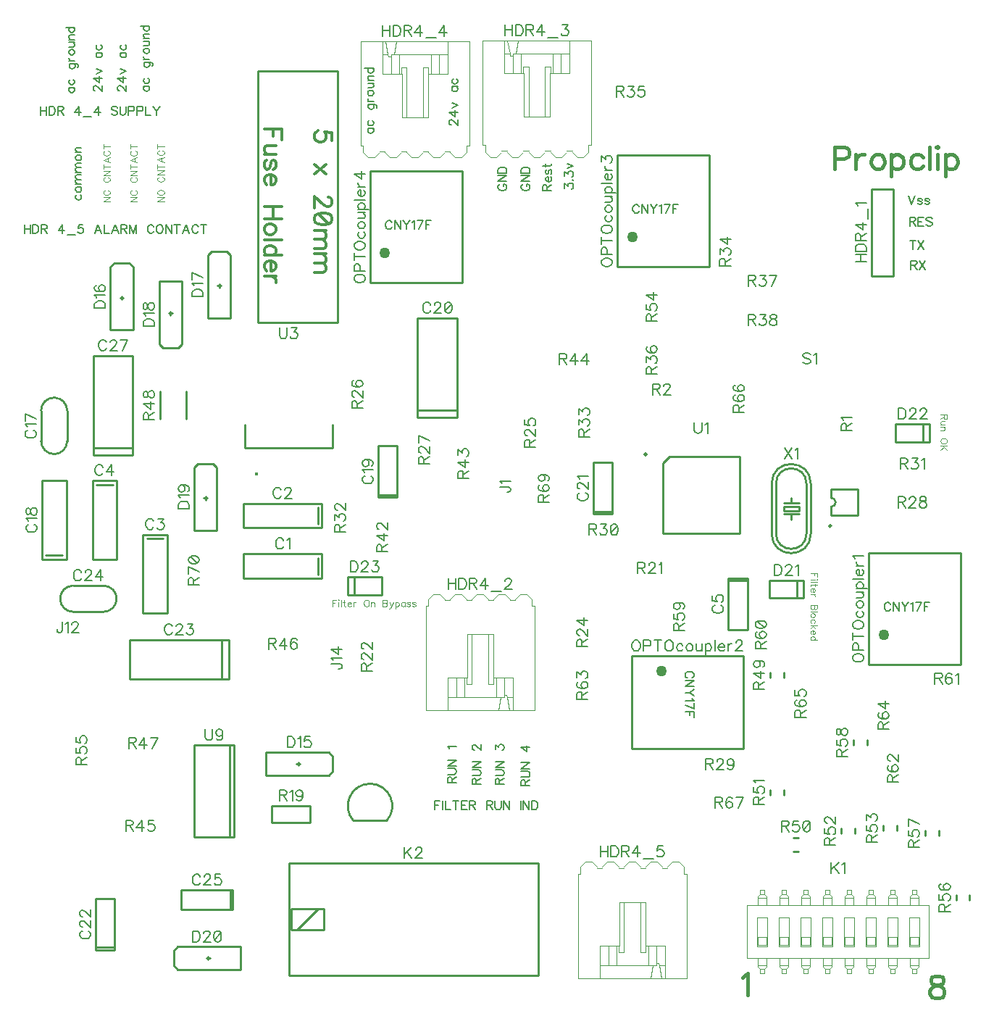
<source format=gbr>
G04 DipTrace 2.4.0.2*
%INTopSilk.gbr*%
%MOMM*%
%ADD10C,0.254*%
%ADD28C,0.0*%
%ADD33C,1.271*%
%ADD41O,0.5X0.5*%
%ADD45O,0.391X0.392*%
%ADD138C,0.196*%
%ADD139C,0.157*%
%ADD140C,0.118*%
%ADD141C,0.314*%
%FSLAX53Y53*%
G04*
G71*
G90*
G75*
G01*
%LNTopSilk*%
%LPD*%
X46494Y61200D2*
D10*
X37287D1*
Y64058D1*
X46494D1*
Y61200D1*
X46018Y61677D2*
Y63582D1*
X46494Y67100D2*
X37287D1*
Y69958D1*
X46494D1*
Y67100D1*
X46018Y67577D2*
Y69482D1*
X28419Y66333D2*
X25562D1*
Y57125D1*
X28419D1*
Y66333D1*
X27943Y65857D2*
X26038D1*
X22519Y72633D2*
X19662D1*
Y63425D1*
X22519D1*
Y72633D1*
X22043Y72157D2*
X20138D1*
X96202Y61245D2*
X93979D1*
Y55213D1*
X96202D1*
Y61245D1*
X96043Y60928D2*
X94138D1*
X16715Y77253D2*
Y80806D1*
X13667Y77253D2*
Y80806D1*
X16715D2*
G03X13667Y80806I-1524J2D01*
G01*
Y77253D2*
G03X16715Y77253I1524J-2D01*
G01*
X13762Y63425D2*
X16619D1*
Y72633D1*
X13762D1*
Y63425D1*
X14238Y63901D2*
X16143D1*
X53064Y70658D2*
X55286D1*
Y76690D1*
X53064D1*
Y70658D1*
X53223Y70975D2*
X55128D1*
X57668Y80025D2*
X62272D1*
Y91614D1*
X57668D1*
Y80025D1*
Y80819D2*
X62272D1*
X78179Y68713D2*
X80402D1*
Y74745D1*
X78179D1*
Y68713D1*
X78338Y69030D2*
X80243D1*
X20040Y17789D2*
X22263D1*
Y23821D1*
X20040D1*
Y17789D1*
X20199Y18106D2*
X22104D1*
X35585Y49427D2*
X23996D1*
Y54031D1*
X35585D1*
Y49427D1*
X34791D2*
Y54031D1*
X17414Y57305D2*
X20967D1*
X17414Y60353D2*
X20967D1*
Y57305D2*
G03X20967Y60353I2J1524D01*
G01*
X17414D2*
G03X17414Y57305I-2J-1524D01*
G01*
X36076Y22552D2*
X30043D1*
Y24774D1*
X36076D1*
Y22552D1*
X35758Y22710D2*
Y24615D1*
X19789Y75635D2*
X24393D1*
Y87224D1*
X19789D1*
Y75635D1*
Y76429D2*
X24393D1*
X47305Y40865D2*
X47758Y40414D1*
Y38665D2*
Y40414D1*
X39958Y40865D2*
X47305D1*
X39958Y38215D2*
X47305D1*
X39958D2*
Y40865D1*
X47305Y38215D2*
X47758Y38665D1*
X43709Y39341D2*
Y39738D1*
X43507Y39540D2*
X43904D1*
X21766Y97577D2*
X22216Y98029D1*
X23965D2*
X22216D1*
X21766Y90229D2*
Y97577D1*
X24416Y90229D2*
Y97577D1*
Y90229D2*
X21766D1*
X24416Y97577D2*
X23965Y98029D1*
X23289Y93981D2*
X22892D1*
X23091Y93778D2*
Y94176D1*
X33166Y98977D2*
X33616Y99429D1*
X35365D2*
X33616D1*
X33166Y91629D2*
Y98977D1*
X35816Y91629D2*
Y98977D1*
Y91629D2*
X33166D1*
X35816Y98977D2*
X35365Y99429D1*
X34689Y95381D2*
X34292D1*
X34491Y95178D2*
Y95576D1*
X30116Y88582D2*
X29665Y88129D1*
X27916D2*
X29665D1*
X30116Y95929D2*
Y88582D1*
X27466Y95929D2*
Y88582D1*
Y95929D2*
X30116D1*
X27466Y88582D2*
X27916Y88129D1*
X28592Y92177D2*
X28989D1*
X28791Y92380D2*
Y91982D1*
X31566Y74177D2*
X32016Y74629D1*
X33765D2*
X32016D1*
X31566Y66829D2*
Y74177D1*
X34216Y66829D2*
Y74177D1*
Y66829D2*
X31566D1*
X34216Y74177D2*
X33765Y74629D1*
X33089Y70581D2*
X32692D1*
X32891Y70378D2*
Y70776D1*
X29609Y15511D2*
X29157Y15961D1*
Y17710D2*
Y15961D1*
X36957Y15511D2*
X29609D1*
X36957Y18161D2*
X29609D1*
X36957D2*
Y15511D1*
X29609Y18161D2*
X29157Y17710D1*
X33205Y17035D2*
Y16637D1*
X33408Y16836D2*
X33010D1*
X102758Y58909D2*
X98789D1*
Y60973D1*
X102758D1*
Y58909D1*
X101964Y59068D2*
Y60814D1*
X117523Y77167D2*
X113554D1*
Y79231D1*
X117523D1*
Y77167D1*
X116729Y77326D2*
Y79072D1*
X49506Y61361D2*
X53475D1*
Y59297D1*
X49506D1*
Y61361D1*
X50300Y61202D2*
Y59456D1*
X110696Y96538D2*
X113236D1*
X110696Y106698D2*
Y96538D1*
X113236Y106698D2*
Y96538D1*
X110696Y106698D2*
X113236D1*
X61478Y58655D2*
D28*
X60843D1*
X66495Y54654D2*
X63447D1*
X67130Y45764D2*
X68400D1*
X61161D2*
X67130D1*
X58621D2*
X61161D1*
X68781D2*
X71321D1*
X68400D2*
X68781D1*
X63117Y49575D2*
Y47288D1*
X66825Y49575D2*
Y47288D1*
X71321Y45764D2*
Y57957D1*
X58621D2*
Y45764D1*
X58938Y57957D2*
X58621D1*
X58938Y58769D2*
Y57957D1*
X59523Y59353D2*
X58938Y58769D1*
X70419Y59353D2*
X69683D1*
X67879D2*
X67143D1*
X65339D2*
X64603D1*
X60259D2*
X59523D1*
X62799D2*
X62063D1*
X60259D2*
X60843Y58769D1*
X61161Y49575D2*
X62177D1*
X63447D2*
X62177D1*
X63447D2*
Y54654D1*
X66495Y49575D2*
Y54654D1*
X67765Y49575D2*
X66495D1*
X67765D2*
X68781D1*
X71321Y57957D2*
X71003D1*
Y58769D1*
X70419Y59353D1*
X69098Y58769D2*
X69683Y59353D1*
X67879D2*
X68463Y58769D1*
X66558D2*
X67143Y59353D1*
X65339D2*
X65923Y58769D1*
X64018D2*
X64603Y59353D1*
X62799D2*
X63383Y58769D1*
X61478D2*
X62063Y59353D1*
X64018Y54654D2*
Y48812D1*
X63383Y49575D2*
Y48812D1*
X64018D2*
X63383D1*
X64018Y58655D2*
X63383D1*
X66558Y49575D2*
Y48812D1*
X65923Y54654D2*
Y48812D1*
X66558D2*
X65923D1*
X66558Y58655D2*
X65923D1*
X68463D2*
X69098D1*
X68781Y49575D2*
Y47288D1*
Y45764D1*
X62177Y49575D2*
Y47288D1*
X61161Y49575D2*
Y47288D1*
X62177D1*
X68131D2*
X68082Y47565D1*
X68131Y47288D2*
X68781D1*
X67765Y49575D2*
Y47565D1*
X68082D2*
X67765D1*
Y47288D2*
Y47565D1*
X67399Y47288D2*
X67765D1*
X62177D2*
X67399D1*
X67130Y45764D1*
X68131Y47288D2*
X68400Y45764D1*
X61161Y47288D2*
Y45764D1*
X75083Y111133D2*
X75718D1*
X70067Y115134D2*
X73115D1*
X69432Y124024D2*
X68162D1*
X75401D2*
X69432D1*
X77941D2*
X75401D1*
X67781D2*
X65241D1*
X68162D2*
X67781D1*
X73445Y120213D2*
Y122500D1*
X69736Y120213D2*
Y122500D1*
X65241Y124024D2*
Y111832D1*
X77941D2*
Y124024D1*
X77623Y111832D2*
X77941D1*
X77623Y111019D2*
Y111832D1*
X77039Y110435D2*
X77623Y111019D1*
X66142Y110435D2*
X66879D1*
X68682D2*
X69419D1*
X71222D2*
X71959D1*
X76302D2*
X77039D1*
X73762D2*
X74499D1*
X76302D2*
X75718Y111019D1*
X75401Y120213D2*
X74385D1*
X73115D2*
X74385D1*
X73115D2*
Y115134D1*
X70067Y120213D2*
Y115134D1*
X68797Y120213D2*
X70067D1*
X68797D2*
X67781D1*
X65241Y111832D2*
X65558D1*
Y111019D1*
X66142Y110435D1*
X67463Y111019D2*
X66879Y110435D1*
X68682D2*
X68098Y111019D1*
X70003D2*
X69419Y110435D1*
X71222D2*
X70638Y111019D1*
X72543D2*
X71959Y110435D1*
X73762D2*
X73178Y111019D1*
X75083D2*
X74499Y110435D1*
X72543Y115134D2*
Y120976D1*
X73178Y120213D2*
Y120976D1*
X72543D2*
X73178D1*
X72543Y111133D2*
X73178D1*
X70003Y120213D2*
Y120976D1*
X70638Y115134D2*
Y120976D1*
X70003D2*
X70638D1*
X70003Y111133D2*
X70638D1*
X68098D2*
X67463D1*
X67781Y120213D2*
Y122500D1*
Y124024D1*
X74385Y120213D2*
Y122500D1*
X75401Y120213D2*
Y122500D1*
X74385D1*
X68431D2*
X68479Y122223D1*
X68431Y122500D2*
X67781D1*
X68797Y120213D2*
Y122223D1*
X68479D2*
X68797D1*
Y122500D2*
Y122223D1*
X69162Y122500D2*
X68797D1*
X74385D2*
X69162D1*
X69432Y124024D1*
X68431Y122500D2*
X68162Y124024D1*
X75401Y122500D2*
Y124024D1*
X60843Y111080D2*
X61478D1*
X55827Y115080D2*
X58875D1*
X55192Y123970D2*
X53922D1*
X61161D2*
X55192D1*
X63701D2*
X61161D1*
X53541D2*
X51001D1*
X53922D2*
X53541D1*
X59205Y120160D2*
Y122447D1*
X55497Y120160D2*
Y122447D1*
X51001Y123970D2*
Y111778D1*
X63701D2*
Y123970D1*
X63383Y111778D2*
X63701D1*
X63383Y110966D2*
Y111778D1*
X62799Y110381D2*
X63383Y110966D1*
X51903Y110381D2*
X52639D1*
X54443D2*
X55179D1*
X56983D2*
X57719D1*
X62063D2*
X62799D1*
X59523D2*
X60259D1*
X62063D2*
X61478Y110966D1*
X61161Y120160D2*
X60145D1*
X58875D2*
X60145D1*
X58875D2*
Y115080D1*
X55827Y120160D2*
Y115080D1*
X54557Y120160D2*
X55827D1*
X54557D2*
X53541D1*
X51001Y111778D2*
X51318D1*
Y110966D1*
X51903Y110381D1*
X53223Y110966D2*
X52639Y110381D1*
X54443D2*
X53858Y110966D1*
X55763D2*
X55179Y110381D1*
X56983D2*
X56398Y110966D1*
X58303D2*
X57719Y110381D1*
X59523D2*
X58938Y110966D1*
X60843D2*
X60259Y110381D1*
X58303Y115080D2*
Y120922D1*
X58938Y120160D2*
Y120922D1*
X58303D2*
X58938D1*
X58303Y111080D2*
X58938D1*
X55763Y120160D2*
Y120922D1*
X56398Y115080D2*
Y120922D1*
X55763D2*
X56398D1*
X55763Y111080D2*
X56398D1*
X53858D2*
X53223D1*
X53541Y120160D2*
Y122447D1*
Y123970D1*
X60145Y120160D2*
Y122447D1*
X61161Y120160D2*
Y122447D1*
X60145D1*
X54191D2*
X54239Y122170D1*
X54191Y122447D2*
X53541D1*
X54557Y120160D2*
Y122170D1*
X54239D2*
X54557D1*
Y122447D2*
Y122170D1*
X54923Y122447D2*
X54557D1*
X60145D2*
X54923D1*
X55192Y123970D1*
X54191Y122447D2*
X53922Y123970D1*
X61161Y122447D2*
Y123970D1*
X79260Y27378D2*
X78625D1*
X84277Y23377D2*
X81229D1*
X84912Y14487D2*
X86182D1*
X78943D2*
X84912D1*
X76403D2*
X78943D1*
X86563D2*
X89103D1*
X86182D2*
X86563D1*
X80899Y18298D2*
Y16011D1*
X84607Y18298D2*
Y16011D1*
X89103Y14487D2*
Y26679D1*
X76403D2*
Y14487D1*
X76720Y26679D2*
X76403D1*
X76720Y27492D2*
Y26679D1*
X77304Y28076D2*
X76720Y27492D1*
X88201Y28076D2*
X87465D1*
X85661D2*
X84924D1*
X83121D2*
X82384D1*
X78041D2*
X77304D1*
X80581D2*
X79844D1*
X78041D2*
X78625Y27492D1*
X78943Y18298D2*
X79959D1*
X81229D2*
X79959D1*
X81229D2*
Y23377D1*
X84277Y18298D2*
Y23377D1*
X85547Y18298D2*
X84277D1*
X85547D2*
X86563D1*
X89103Y26679D2*
X88785D1*
Y27492D1*
X88201Y28076D1*
X86880Y27492D2*
X87465Y28076D1*
X85661D2*
X86245Y27492D1*
X84340D2*
X84924Y28076D1*
X83121D2*
X83705Y27492D1*
X81800D2*
X82384Y28076D1*
X80581D2*
X81165Y27492D1*
X79260D2*
X79844Y28076D1*
X81800Y23377D2*
Y17535D1*
X81165Y18298D2*
Y17535D1*
X81800D2*
X81165D1*
X81800Y27378D2*
X81165D1*
X84340Y18298D2*
Y17535D1*
X83705Y23377D2*
Y17535D1*
X84340D2*
X83705D1*
X84340Y27378D2*
X83705D1*
X86245D2*
X86880D1*
X86563Y18298D2*
Y16011D1*
Y14487D1*
X79959Y18298D2*
Y16011D1*
X78943Y18298D2*
Y16011D1*
X79959D1*
X85913D2*
X85864Y16288D1*
X85913Y16011D2*
X86563D1*
X85547Y18298D2*
Y16288D1*
X85864D2*
X85547D1*
Y16011D2*
Y16288D1*
X85181Y16011D2*
X85547D1*
X79959D2*
X85181D1*
X84912Y14487D1*
X85913Y16011D2*
X86182Y14487D1*
X78943Y16011D2*
Y14487D1*
X96161Y23029D2*
Y16829D1*
X97400Y16018D2*
Y16829D1*
Y15835D2*
Y16018D1*
X98401Y16829D2*
Y16018D1*
X97400D1*
Y23029D2*
Y23841D1*
X98401D2*
Y23029D1*
Y23841D2*
X97400D1*
X98401Y16018D2*
Y15835D1*
Y24024D2*
Y23841D1*
X97400Y24024D2*
X97651Y24274D1*
X97400Y23841D2*
Y24024D1*
X98151Y24829D2*
Y24274D1*
X98401Y24024D1*
X97651Y15584D2*
X97400Y15835D1*
X98401D2*
X98151Y15584D1*
Y15029D1*
X97651D2*
Y15584D1*
Y24274D2*
Y24829D1*
X98151D2*
X97651D1*
X98151Y24274D2*
X97651D1*
X98151Y15584D2*
X97651D1*
X98151Y15029D2*
X97651D1*
X99941Y16018D2*
Y16829D1*
Y15835D2*
Y16018D1*
X100940Y16829D2*
Y16018D1*
X99941D1*
Y23029D2*
Y23841D1*
X100940D2*
Y23029D1*
Y23841D2*
X99941D1*
X100940Y16018D2*
Y15835D1*
Y24024D2*
Y23841D1*
X99941Y24024D2*
X100192Y24274D1*
X99941Y23841D2*
Y24024D1*
X100691Y24829D2*
Y24274D1*
X100940Y24024D1*
X100192Y15584D2*
X99941Y15835D1*
X100940D2*
X100691Y15584D1*
Y15029D1*
X100192D2*
Y15584D1*
Y24274D2*
Y24829D1*
X100691D2*
X100192D1*
X100691Y24274D2*
X100192D1*
X100691Y15584D2*
X100192D1*
X100691Y15029D2*
X100192D1*
X102481Y16018D2*
Y16829D1*
Y15835D2*
Y16018D1*
X103480Y16829D2*
Y16018D1*
X102481D1*
Y23029D2*
Y23841D1*
X103480D2*
Y23029D1*
Y23841D2*
X102481D1*
X103480Y16018D2*
Y15835D1*
Y24024D2*
Y23841D1*
X102481Y24024D2*
X102730Y24274D1*
X102481Y23841D2*
Y24024D1*
X103230Y24829D2*
Y24274D1*
X103480Y24024D1*
X102730Y15584D2*
X102481Y15835D1*
X103480D2*
X103230Y15584D1*
Y15029D1*
X102730D2*
Y15584D1*
Y24274D2*
Y24829D1*
X103230D2*
X102730D1*
X103230Y24274D2*
X102730D1*
X103230Y15584D2*
X102730D1*
X103230Y15029D2*
X102730D1*
X105020Y16018D2*
Y16829D1*
Y15835D2*
Y16018D1*
X106021Y16829D2*
Y16018D1*
X105020D1*
Y23029D2*
Y23841D1*
X106021D2*
Y23029D1*
Y23841D2*
X105020D1*
X106021Y16018D2*
Y15835D1*
Y24024D2*
Y23841D1*
X105020Y24024D2*
X105271Y24274D1*
X105020Y23841D2*
Y24024D1*
X105770Y24829D2*
Y24274D1*
X106021Y24024D1*
X105271Y15584D2*
X105020Y15835D1*
X106021D2*
X105770Y15584D1*
Y15029D1*
X105271D2*
Y15584D1*
Y24274D2*
Y24829D1*
X105770D2*
X105271D1*
X105770Y24274D2*
X105271D1*
X105770Y15584D2*
X105271D1*
X105770Y15029D2*
X105271D1*
X107560Y16018D2*
Y16829D1*
Y15835D2*
Y16018D1*
X108562Y16829D2*
Y16018D1*
X107560D1*
Y23029D2*
Y23841D1*
X108562D2*
Y23029D1*
Y23841D2*
X107560D1*
X108562Y16018D2*
Y15835D1*
Y24024D2*
Y23841D1*
X107560Y24024D2*
X107811Y24274D1*
X107560Y23841D2*
Y24024D1*
X108311Y24829D2*
Y24274D1*
X108562Y24024D1*
X107811Y15584D2*
X107560Y15835D1*
X108562D2*
X108311Y15584D1*
Y15029D1*
X107811D2*
Y15584D1*
Y24274D2*
Y24829D1*
X108311D2*
X107811D1*
X108311Y24274D2*
X107811D1*
X108311Y15584D2*
X107811D1*
X108311Y15029D2*
X107811D1*
X110101Y16018D2*
Y16829D1*
Y15835D2*
Y16018D1*
X111100Y16829D2*
Y16018D1*
X110101D1*
Y23029D2*
Y23841D1*
X111100D2*
Y23029D1*
Y23841D2*
X110101D1*
X111100Y16018D2*
Y15835D1*
Y24024D2*
Y23841D1*
X110101Y24024D2*
X110352Y24274D1*
X110101Y23841D2*
Y24024D1*
X110851Y24829D2*
Y24274D1*
X111100Y24024D1*
X110352Y15584D2*
X110101Y15835D1*
X111100D2*
X110851Y15584D1*
Y15029D1*
X110352D2*
Y15584D1*
Y24274D2*
Y24829D1*
X110851D2*
X110352D1*
X110851Y24274D2*
X110352D1*
X110851Y15584D2*
X110352D1*
X110851Y15029D2*
X110352D1*
X112641Y16018D2*
Y16829D1*
Y15835D2*
Y16018D1*
X113641Y16829D2*
Y16018D1*
X112641D1*
Y23029D2*
Y23841D1*
X113641D2*
Y23029D1*
Y23841D2*
X112641D1*
X113641Y16018D2*
Y15835D1*
Y24024D2*
Y23841D1*
X112641Y24024D2*
X112890Y24274D1*
X112641Y23841D2*
Y24024D1*
X113390Y24829D2*
Y24274D1*
X113641Y24024D1*
X112890Y15584D2*
X112641Y15835D1*
X113641D2*
X113390Y15584D1*
Y15029D1*
X112890D2*
Y15584D1*
Y24274D2*
Y24829D1*
X113390D2*
X112890D1*
X113390Y24274D2*
X112890D1*
X113390Y15584D2*
X112890D1*
X113390Y15029D2*
X112890D1*
X115180Y16018D2*
Y16829D1*
Y15835D2*
Y16018D1*
X116181Y16829D2*
Y16018D1*
X115180D1*
Y23029D2*
Y23841D1*
X116181D2*
Y23029D1*
Y23841D2*
X115180D1*
X116181Y16018D2*
Y15835D1*
Y24024D2*
Y23841D1*
X115180Y24024D2*
X115431Y24274D1*
X115180Y23841D2*
Y24024D1*
X115930Y24829D2*
Y24274D1*
X116181Y24024D1*
X115431Y15584D2*
X115180Y15835D1*
X116181D2*
X115930Y15584D1*
Y15029D1*
X115431D2*
Y15584D1*
Y24274D2*
Y24829D1*
X115930D2*
X115431D1*
X115930Y24274D2*
X115431D1*
X115930Y15584D2*
X115431D1*
X115930Y15029D2*
X115431D1*
X97400Y19329D2*
Y18330D1*
X98401D2*
X97400D1*
Y19329D2*
X98401D1*
Y18330D1*
X99941Y19329D2*
Y18330D1*
X100940D2*
X99941D1*
Y19329D2*
X100940D1*
Y18330D1*
X102481Y19329D2*
Y18330D1*
X103480D2*
X102481D1*
Y19329D2*
X103480D1*
Y18330D1*
X105020Y19329D2*
Y18330D1*
X106021D2*
X105020D1*
Y19329D2*
X106021D1*
Y18330D1*
X107560Y19329D2*
Y18330D1*
X108562D2*
X107560D1*
Y19329D2*
X108562D1*
Y18330D1*
X110101Y19329D2*
Y18330D1*
X111100D2*
X110101D1*
Y19329D2*
X111100D1*
Y18330D1*
X112641Y19329D2*
Y18330D1*
X113641D2*
X112641D1*
Y19329D2*
X113641D1*
Y18330D1*
X115180Y19329D2*
Y18330D1*
X116181D2*
X115180D1*
Y19329D2*
X116181D1*
Y18330D1*
X97300Y21629D2*
X98501D1*
Y18230D1*
X97300D1*
Y21629D1*
X99841D2*
X101040D1*
Y18230D1*
X99841D1*
Y21629D1*
X102381D2*
X103580D1*
Y18230D1*
X102381D1*
Y21629D1*
X104920D2*
X106121D1*
Y18230D1*
X104920D1*
Y21629D1*
X107460D2*
X108662D1*
Y18230D1*
X107460D1*
Y21629D1*
X110001D2*
X111200D1*
Y18230D1*
X110001D1*
Y21629D1*
X112541D2*
X113741D1*
Y18230D1*
X112541D1*
Y21629D1*
X115080D2*
X116281D1*
Y18230D1*
X115080D1*
Y21629D1*
X96161Y23029D2*
X117421D1*
Y16829D2*
X96161D1*
X117421Y23029D2*
Y16829D1*
X42647Y14837D2*
D10*
X71734D1*
Y27918D2*
Y14837D1*
Y27918D2*
X42647D1*
Y14837D2*
Y27918D1*
X46687Y22635D2*
Y20120D1*
X42926D2*
Y22635D1*
X44806D1*
X46050D1*
X43566Y20120D2*
X42926D1*
X46050Y22635D2*
X43566Y20120D1*
X46050Y22635D2*
X46687D1*
Y20120D2*
X44806D1*
X43566D1*
X110379Y64147D2*
X121174D1*
Y51130D1*
X110379D1*
Y64147D1*
D33*
X112125Y54622D3*
X95699Y52127D2*
D10*
X82682D1*
Y41332D1*
X95699D1*
Y52127D1*
D33*
X86175Y50381D3*
X80993Y110638D2*
D10*
X91788D1*
Y97620D1*
X80993D1*
Y110638D1*
D33*
X82739Y101113D3*
X52112Y108761D2*
D10*
X62907D1*
Y95743D1*
X52112D1*
Y108761D1*
D33*
X53858Y99236D3*
X45097Y32711D2*
D10*
X40645D1*
Y34619D1*
X45097D1*
Y32711D1*
X27590Y79831D2*
Y83028D1*
X30591Y79831D2*
Y83028D1*
X100490Y49630D2*
Y50228D1*
X98891Y49630D2*
Y50228D1*
X101591Y29330D2*
X102190D1*
X101591Y30928D2*
X102190D1*
X100490Y35930D2*
Y36528D1*
X98891Y35930D2*
Y36528D1*
X108790Y31430D2*
Y32028D1*
X107191Y31430D2*
Y32028D1*
X113690Y31730D2*
Y32328D1*
X112091Y31730D2*
Y32328D1*
X122190Y23630D2*
Y24228D1*
X120591Y23630D2*
Y24228D1*
X118590Y31130D2*
Y31728D1*
X116991Y31130D2*
Y31728D1*
X110190Y41730D2*
Y42328D1*
X108591Y41730D2*
Y42328D1*
X86341Y74680D2*
Y66430D1*
X95341D1*
Y75429D2*
Y66430D1*
X87091Y75429D2*
X95341D1*
X86341Y74680D2*
X87091Y75429D1*
D41*
X84341Y75679D3*
X37491Y76428D2*
D10*
X47690D1*
X37491D2*
Y79129D1*
X47690Y76428D2*
Y79129D1*
D45*
X38814Y73411D3*
X35729Y41714D2*
D10*
Y31014D1*
X36227Y41714D2*
Y31014D1*
X31527Y41714D2*
Y31014D1*
Y41714D2*
X36227D1*
X31527Y31014D2*
X36227D1*
X99043Y72277D2*
Y66435D1*
X103615Y72277D2*
Y66435D1*
X99551Y72277D2*
Y66435D1*
X103107D2*
Y72277D1*
Y66435D2*
G02X99551Y66435I-1778J0D01*
G01*
X103615D2*
G02X99043Y66435I-2286J0D01*
G01*
X103615Y72277D2*
G03X99043Y72277I-2286J0D01*
G01*
X103107D2*
G03X99551Y72277I-1778J0D01*
G01*
X102218Y69610D2*
Y69102D1*
X100440D1*
Y69610D1*
X102218D1*
Y68721D2*
X101329D1*
X100440D1*
X102218Y69991D2*
X101329D1*
X100440D1*
X101329Y68721D2*
Y68086D1*
Y69991D2*
Y70627D1*
X105994Y67327D2*
G02X105994Y67327I-126J0D01*
G01*
Y69580D2*
G03X105994Y70617I-3J518D01*
G01*
Y68551D2*
Y69580D1*
Y70617D2*
Y71647D1*
X109093Y68551D2*
Y71647D1*
X105994Y68551D2*
X109093D1*
X105994Y71647D2*
X109093D1*
X38994Y120511D2*
X48301D1*
Y91120D1*
X38994D1*
Y120511D1*
X54058Y32896D2*
G03X50167Y32892I-1948J1722D01*
G01*
X50162Y32909D2*
X54062D1*
X41998Y65615D2*
D138*
X41937Y65735D1*
X41815Y65857D1*
X41695Y65918D1*
X41452D1*
X41330Y65857D1*
X41209Y65735D1*
X41147Y65615D1*
X41087Y65432D1*
Y65127D1*
X41147Y64946D1*
X41209Y64824D1*
X41330Y64703D1*
X41452Y64642D1*
X41695D1*
X41815Y64703D1*
X41937Y64824D1*
X41998Y64946D1*
X42390Y65674D2*
X42512Y65735D1*
X42695Y65916D1*
Y64642D1*
X41725Y71515D2*
X41664Y71635D1*
X41542Y71757D1*
X41422Y71818D1*
X41179D1*
X41057Y71757D1*
X40936Y71635D1*
X40874Y71515D1*
X40814Y71332D1*
Y71027D1*
X40874Y70846D1*
X40936Y70724D1*
X41057Y70603D1*
X41179Y70542D1*
X41422D1*
X41542Y70603D1*
X41664Y70724D1*
X41725Y70846D1*
X42179Y71513D2*
Y71574D1*
X42239Y71696D1*
X42299Y71756D1*
X42422Y71816D1*
X42664D1*
X42785Y71756D1*
X42846Y71696D1*
X42907Y71574D1*
Y71453D1*
X42846Y71331D1*
X42725Y71150D1*
X42117Y70542D1*
X42968D1*
X26825Y67890D2*
X26764Y68010D1*
X26642Y68132D1*
X26522Y68193D1*
X26279D1*
X26157Y68132D1*
X26036Y68010D1*
X25974Y67890D1*
X25914Y67707D1*
Y67402D1*
X25974Y67221D1*
X26036Y67099D1*
X26157Y66978D1*
X26279Y66917D1*
X26522D1*
X26642Y66978D1*
X26764Y67099D1*
X26825Y67221D1*
X27339Y68191D2*
X28006D1*
X27642Y67706D1*
X27825D1*
X27946Y67645D1*
X28006Y67585D1*
X28068Y67402D1*
Y67282D1*
X28006Y67099D1*
X27885Y66977D1*
X27703Y66917D1*
X27520D1*
X27339Y66977D1*
X27279Y67039D1*
X27217Y67160D1*
X20895Y74190D2*
X20834Y74310D1*
X20712Y74432D1*
X20591Y74493D1*
X20348D1*
X20226Y74432D1*
X20106Y74310D1*
X20044Y74190D1*
X19983Y74007D1*
Y73702D1*
X20044Y73521D1*
X20106Y73399D1*
X20226Y73278D1*
X20348Y73217D1*
X20591D1*
X20712Y73278D1*
X20834Y73399D1*
X20895Y73521D1*
X21895Y73217D2*
Y74491D1*
X21287Y73642D1*
X22198D1*
X92423Y58063D2*
X92302Y58003D1*
X92180Y57881D1*
X92120Y57760D1*
Y57517D1*
X92180Y57395D1*
X92302Y57274D1*
X92423Y57213D1*
X92605Y57152D1*
X92910D1*
X93091Y57213D1*
X93213Y57274D1*
X93334Y57395D1*
X93396Y57517D1*
Y57760D1*
X93334Y57881D1*
X93213Y58003D1*
X93091Y58063D1*
X92121Y59184D2*
Y58578D1*
X92667Y58517D1*
X92607Y58578D1*
X92545Y58760D1*
Y58941D1*
X92607Y59124D1*
X92727Y59246D1*
X92910Y59306D1*
X93031D1*
X93213Y59246D1*
X93335Y59124D1*
X93396Y58941D1*
Y58760D1*
X93335Y58578D1*
X93274Y58517D1*
X93153Y58455D1*
X12110Y78515D2*
X11989Y78455D1*
X11867Y78332D1*
X11807Y78212D1*
Y77969D1*
X11867Y77847D1*
X11989Y77726D1*
X12110Y77664D1*
X12293Y77604D1*
X12597D1*
X12778Y77664D1*
X12900Y77726D1*
X13021Y77847D1*
X13083Y77969D1*
Y78212D1*
X13021Y78332D1*
X12900Y78455D1*
X12778Y78515D1*
X12051Y78907D2*
X11989Y79029D1*
X11808Y79212D1*
X13083D1*
Y79847D2*
X11808Y80455D1*
Y79604D1*
X12205Y67516D2*
X12085Y67455D1*
X11962Y67333D1*
X11902Y67212D1*
Y66969D1*
X11962Y66847D1*
X12085Y66727D1*
X12205Y66665D1*
X12388Y66604D1*
X12692D1*
X12874Y66665D1*
X12996Y66727D1*
X13116Y66847D1*
X13178Y66969D1*
Y67212D1*
X13116Y67333D1*
X12996Y67455D1*
X12874Y67516D1*
X12146Y67908D2*
X12085Y68030D1*
X11903Y68212D1*
X13178D1*
X11903Y68908D2*
X11964Y68727D1*
X12085Y68665D1*
X12207D1*
X12327Y68727D1*
X12389Y68847D1*
X12450Y69090D1*
X12510Y69273D1*
X12632Y69393D1*
X12753Y69454D1*
X12935D1*
X13056Y69393D1*
X13118Y69333D1*
X13178Y69151D1*
Y68908D1*
X13118Y68727D1*
X13056Y68665D1*
X12935Y68605D1*
X12753D1*
X12632Y68665D1*
X12510Y68787D1*
X12450Y68968D1*
X12389Y69211D1*
X12327Y69333D1*
X12207Y69393D1*
X12085D1*
X11964Y69333D1*
X11903Y69151D1*
Y68908D1*
X51507Y73190D2*
X51387Y73130D1*
X51264Y73008D1*
X51204Y72887D1*
Y72644D1*
X51264Y72522D1*
X51387Y72401D1*
X51507Y72339D1*
X51690Y72279D1*
X51994D1*
X52176Y72339D1*
X52298Y72401D1*
X52418Y72522D1*
X52480Y72644D1*
Y72887D1*
X52418Y73008D1*
X52298Y73130D1*
X52176Y73190D1*
X51448Y73582D2*
X51387Y73704D1*
X51205Y73887D1*
X52480D1*
X51629Y75069D2*
X51812Y75008D1*
X51934Y74887D1*
X51994Y74704D1*
Y74644D1*
X51934Y74462D1*
X51812Y74341D1*
X51629Y74279D1*
X51569D1*
X51387Y74341D1*
X51266Y74462D1*
X51205Y74644D1*
Y74704D1*
X51266Y74887D1*
X51387Y75008D1*
X51629Y75069D1*
X51934D1*
X52237Y75008D1*
X52420Y74887D1*
X52480Y74704D1*
Y74584D1*
X52420Y74401D1*
X52298Y74341D1*
X59183Y93171D2*
X59122Y93291D1*
X59000Y93414D1*
X58880Y93474D1*
X58637D1*
X58515Y93414D1*
X58394Y93291D1*
X58332Y93171D1*
X58272Y92988D1*
Y92684D1*
X58332Y92503D1*
X58394Y92380D1*
X58515Y92260D1*
X58637Y92198D1*
X58880D1*
X59000Y92260D1*
X59122Y92380D1*
X59183Y92503D1*
X59637Y93169D2*
Y93230D1*
X59697Y93352D1*
X59757Y93412D1*
X59880Y93473D1*
X60122D1*
X60243Y93412D1*
X60304Y93352D1*
X60365Y93230D1*
Y93109D1*
X60304Y92987D1*
X60183Y92806D1*
X59575Y92198D1*
X60426D1*
X61183Y93473D2*
X61000Y93412D1*
X60878Y93230D1*
X60818Y92926D1*
Y92744D1*
X60878Y92441D1*
X61000Y92258D1*
X61183Y92198D1*
X61304D1*
X61486Y92258D1*
X61607Y92441D1*
X61669Y92744D1*
Y92926D1*
X61607Y93230D1*
X61486Y93412D1*
X61304Y93473D1*
X61183D1*
X61607Y93230D2*
X60878Y92441D1*
X76623Y71215D2*
X76502Y71155D1*
X76380Y71032D1*
X76320Y70912D1*
Y70669D1*
X76380Y70547D1*
X76502Y70426D1*
X76623Y70364D1*
X76805Y70304D1*
X77110D1*
X77291Y70364D1*
X77413Y70426D1*
X77534Y70547D1*
X77596Y70669D1*
Y70912D1*
X77534Y71032D1*
X77413Y71155D1*
X77291Y71215D1*
X76624Y71669D2*
X76564D1*
X76442Y71729D1*
X76381Y71790D1*
X76321Y71912D1*
Y72155D1*
X76381Y72275D1*
X76442Y72336D1*
X76564Y72397D1*
X76685D1*
X76807Y72336D1*
X76988Y72215D1*
X77596Y71607D1*
Y72458D1*
X76564Y72850D2*
X76502Y72972D1*
X76321Y73155D1*
X77596D1*
X18484Y20018D2*
X18363Y19957D1*
X18241Y19835D1*
X18181Y19714D1*
Y19472D1*
X18241Y19349D1*
X18363Y19229D1*
X18484Y19167D1*
X18666Y19107D1*
X18971D1*
X19152Y19167D1*
X19274Y19229D1*
X19395Y19349D1*
X19457Y19471D1*
Y19714D1*
X19395Y19835D1*
X19274Y19957D1*
X19152Y20018D1*
X18485Y20472D2*
X18425D1*
X18303Y20532D1*
X18242Y20592D1*
X18182Y20714D1*
Y20957D1*
X18242Y21078D1*
X18303Y21138D1*
X18425Y21200D1*
X18546D1*
X18668Y21138D1*
X18849Y21018D1*
X19457Y20410D1*
Y21260D1*
X18485Y21714D2*
X18425D1*
X18303Y21775D1*
X18242Y21835D1*
X18182Y21957D1*
Y22200D1*
X18242Y22321D1*
X18303Y22381D1*
X18425Y22443D1*
X18546D1*
X18668Y22381D1*
X18849Y22261D1*
X19457Y21653D1*
Y22503D1*
X29003Y55588D2*
X28943Y55708D1*
X28821Y55831D1*
X28700Y55891D1*
X28457D1*
X28335Y55831D1*
X28214Y55708D1*
X28153Y55588D1*
X28092Y55405D1*
Y55101D1*
X28153Y54919D1*
X28214Y54797D1*
X28335Y54677D1*
X28457Y54615D1*
X28700D1*
X28821Y54677D1*
X28943Y54797D1*
X29003Y54919D1*
X29457Y55586D2*
Y55647D1*
X29518Y55769D1*
X29578Y55829D1*
X29700Y55890D1*
X29943D1*
X30064Y55829D1*
X30124Y55769D1*
X30186Y55647D1*
Y55526D1*
X30124Y55404D1*
X30003Y55223D1*
X29395Y54615D1*
X30246D1*
X30761Y55890D2*
X31427D1*
X31064Y55404D1*
X31246D1*
X31367Y55343D1*
X31427Y55283D1*
X31489Y55101D1*
Y54980D1*
X31427Y54797D1*
X31307Y54675D1*
X31124Y54615D1*
X30942D1*
X30761Y54675D1*
X30700Y54737D1*
X30638Y54858D1*
X18373Y61910D2*
X18313Y62031D1*
X18191Y62153D1*
X18070Y62213D1*
X17827D1*
X17705Y62153D1*
X17584Y62031D1*
X17522Y61910D1*
X17462Y61727D1*
Y61423D1*
X17522Y61242D1*
X17584Y61119D1*
X17705Y60999D1*
X17827Y60937D1*
X18070D1*
X18191Y60999D1*
X18313Y61119D1*
X18373Y61242D1*
X18827Y61908D2*
Y61969D1*
X18887Y62091D1*
X18948Y62151D1*
X19070Y62212D1*
X19313D1*
X19434Y62151D1*
X19494Y62091D1*
X19556Y61969D1*
Y61848D1*
X19494Y61726D1*
X19373Y61545D1*
X18765Y60937D1*
X19616D1*
X20616D2*
Y62212D1*
X20008Y61362D1*
X20919D1*
X32272Y26331D2*
X32212Y26451D1*
X32090Y26574D1*
X31969Y26634D1*
X31726D1*
X31604Y26574D1*
X31483Y26451D1*
X31421Y26331D1*
X31361Y26148D1*
Y25844D1*
X31421Y25663D1*
X31483Y25540D1*
X31604Y25420D1*
X31726Y25358D1*
X31969D1*
X32090Y25420D1*
X32212Y25540D1*
X32272Y25663D1*
X32726Y26329D2*
Y26390D1*
X32786Y26512D1*
X32847Y26572D1*
X32969Y26633D1*
X33212D1*
X33332Y26572D1*
X33393Y26512D1*
X33455Y26390D1*
Y26269D1*
X33393Y26147D1*
X33272Y25966D1*
X32664Y25358D1*
X33515D1*
X34636Y26633D2*
X34029D1*
X33969Y26086D1*
X34029Y26147D1*
X34212Y26209D1*
X34393D1*
X34575Y26147D1*
X34697Y26026D1*
X34758Y25844D1*
Y25723D1*
X34697Y25540D1*
X34575Y25418D1*
X34393Y25358D1*
X34212D1*
X34029Y25418D1*
X33969Y25480D1*
X33907Y25601D1*
X21303Y88780D2*
X21243Y88901D1*
X21121Y89023D1*
X21000Y89083D1*
X20757D1*
X20635Y89023D1*
X20514Y88901D1*
X20453Y88780D1*
X20392Y88598D1*
Y88293D1*
X20453Y88112D1*
X20514Y87990D1*
X20635Y87869D1*
X20757Y87807D1*
X21000D1*
X21121Y87869D1*
X21243Y87990D1*
X21303Y88112D1*
X21757Y88779D2*
Y88839D1*
X21818Y88961D1*
X21878Y89022D1*
X22000Y89082D1*
X22243D1*
X22364Y89022D1*
X22424Y88961D1*
X22486Y88839D1*
Y88718D1*
X22424Y88596D1*
X22303Y88415D1*
X21695Y87807D1*
X22546D1*
X23181D2*
X23789Y89082D1*
X22938D1*
X42462Y42724D2*
Y41448D1*
X42888D1*
X43070Y41510D1*
X43192Y41631D1*
X43253Y41753D1*
X43313Y41934D1*
Y42239D1*
X43253Y42421D1*
X43192Y42542D1*
X43070Y42664D1*
X42888Y42724D1*
X42462D1*
X43705Y42480D2*
X43827Y42542D1*
X44010Y42723D1*
Y41448D1*
X45131Y42723D2*
X44524D1*
X44464Y42177D1*
X44524Y42237D1*
X44707Y42299D1*
X44888D1*
X45070Y42237D1*
X45192Y42117D1*
X45253Y41934D1*
Y41813D1*
X45192Y41631D1*
X45070Y41509D1*
X44888Y41448D1*
X44707D1*
X44524Y41509D1*
X44464Y41570D1*
X44402Y41691D1*
X19906Y92765D2*
X21182D1*
Y93190D1*
X21120Y93373D1*
X20999Y93495D1*
X20877Y93555D1*
X20696Y93616D1*
X20392D1*
X20209Y93555D1*
X20088Y93495D1*
X19966Y93373D1*
X19906Y93190D1*
Y92765D1*
X20150Y94008D2*
X20088Y94130D1*
X19907Y94312D1*
X21182D1*
X20088Y95433D2*
X19968Y95373D1*
X19907Y95190D1*
Y95070D1*
X19968Y94887D1*
X20150Y94765D1*
X20453Y94705D1*
X20757D1*
X20999Y94765D1*
X21122Y94887D1*
X21182Y95070D1*
Y95130D1*
X21122Y95311D1*
X20999Y95433D1*
X20817Y95493D1*
X20757D1*
X20574Y95433D1*
X20453Y95311D1*
X20393Y95130D1*
Y95070D1*
X20453Y94887D1*
X20574Y94765D1*
X20757Y94705D1*
X31306Y94134D2*
X32582D1*
Y94559D1*
X32520Y94742D1*
X32399Y94864D1*
X32277Y94924D1*
X32096Y94985D1*
X31792D1*
X31609Y94924D1*
X31488Y94864D1*
X31366Y94742D1*
X31306Y94559D1*
Y94134D1*
X31550Y95377D2*
X31488Y95499D1*
X31307Y95681D1*
X32582D1*
Y96317D2*
X31307Y96924D1*
Y96074D1*
X25606Y90635D2*
X26882D1*
Y91060D1*
X26820Y91243D1*
X26699Y91365D1*
X26577Y91425D1*
X26396Y91485D1*
X26092D1*
X25909Y91425D1*
X25788Y91365D1*
X25666Y91243D1*
X25606Y91060D1*
Y90635D1*
X25850Y91878D2*
X25788Y92000D1*
X25607Y92182D1*
X26882D1*
X25607Y92878D2*
X25668Y92696D1*
X25788Y92635D1*
X25910D1*
X26031Y92696D1*
X26093Y92817D1*
X26153Y93060D1*
X26214Y93243D1*
X26336Y93363D1*
X26457Y93424D1*
X26639D1*
X26760Y93363D1*
X26822Y93303D1*
X26882Y93120D1*
Y92878D1*
X26822Y92696D1*
X26760Y92635D1*
X26639Y92574D1*
X26457D1*
X26336Y92635D1*
X26214Y92757D1*
X26153Y92938D1*
X26093Y93181D1*
X26031Y93303D1*
X25910Y93363D1*
X25788D1*
X25668Y93303D1*
X25607Y93120D1*
Y92878D1*
X29706Y69364D2*
X30982D1*
Y69790D1*
X30920Y69972D1*
X30799Y70094D1*
X30677Y70155D1*
X30496Y70215D1*
X30192D1*
X30009Y70155D1*
X29888Y70094D1*
X29766Y69972D1*
X29706Y69790D1*
Y69364D1*
X29950Y70607D2*
X29888Y70729D1*
X29707Y70912D1*
X30982D1*
X30131Y72094D2*
X30314Y72032D1*
X30436Y71912D1*
X30496Y71729D1*
Y71669D1*
X30436Y71486D1*
X30314Y71366D1*
X30131Y71304D1*
X30071D1*
X29888Y71366D1*
X29768Y71486D1*
X29707Y71669D1*
Y71729D1*
X29768Y71912D1*
X29888Y72032D1*
X30131Y72094D1*
X30436D1*
X30739Y72032D1*
X30922Y71912D1*
X30982Y71729D1*
Y71608D1*
X30922Y71426D1*
X30799Y71366D1*
X31389Y20021D2*
Y18745D1*
X31814D1*
X31997Y18806D1*
X32119Y18927D1*
X32179Y19049D1*
X32239Y19230D1*
Y19535D1*
X32179Y19718D1*
X32119Y19838D1*
X31997Y19960D1*
X31814Y20021D1*
X31389D1*
X32693Y19716D2*
Y19776D1*
X32754Y19899D1*
X32814Y19959D1*
X32936Y20019D1*
X33179D1*
X33300Y19959D1*
X33360Y19899D1*
X33422Y19776D1*
Y19656D1*
X33360Y19534D1*
X33239Y19353D1*
X32632Y18745D1*
X33482D1*
X34239Y20019D2*
X34057Y19959D1*
X33935Y19776D1*
X33874Y19473D1*
Y19291D1*
X33935Y18988D1*
X34057Y18805D1*
X34239Y18745D1*
X34360D1*
X34543Y18805D1*
X34663Y18988D1*
X34725Y19291D1*
Y19473D1*
X34663Y19776D1*
X34543Y19959D1*
X34360Y20019D1*
X34239D1*
X34663Y19776D2*
X33935Y18988D1*
X99378Y62833D2*
Y61557D1*
X99803D1*
X99986Y61618D1*
X100108Y61739D1*
X100168Y61861D1*
X100229Y62042D1*
Y62347D1*
X100168Y62530D1*
X100108Y62650D1*
X99986Y62772D1*
X99803Y62833D1*
X99378D1*
X100683Y62528D2*
Y62589D1*
X100743Y62711D1*
X100803Y62771D1*
X100926Y62831D1*
X101168D1*
X101289Y62771D1*
X101350Y62711D1*
X101411Y62589D1*
Y62468D1*
X101350Y62346D1*
X101229Y62165D1*
X100621Y61557D1*
X101472D1*
X101864Y62589D2*
X101986Y62650D1*
X102168Y62831D1*
Y61557D1*
X113870Y81091D2*
Y79815D1*
X114296D1*
X114478Y79877D1*
X114600Y79997D1*
X114661Y80119D1*
X114721Y80301D1*
Y80605D1*
X114661Y80788D1*
X114600Y80908D1*
X114478Y81031D1*
X114296Y81091D1*
X113870D1*
X115175Y80786D2*
Y80847D1*
X115235Y80969D1*
X115296Y81029D1*
X115418Y81090D1*
X115661D1*
X115781Y81029D1*
X115842Y80969D1*
X115904Y80847D1*
Y80726D1*
X115842Y80604D1*
X115721Y80423D1*
X115113Y79815D1*
X115964D1*
X116418Y80786D2*
Y80847D1*
X116478Y80969D1*
X116539Y81029D1*
X116661Y81090D1*
X116904D1*
X117024Y81029D1*
X117085Y80969D1*
X117146Y80847D1*
Y80726D1*
X117085Y80604D1*
X116964Y80423D1*
X116356Y79815D1*
X117207D1*
X49822Y63221D2*
Y61945D1*
X50248D1*
X50430Y62007D1*
X50552Y62127D1*
X50613Y62249D1*
X50673Y62431D1*
Y62735D1*
X50613Y62918D1*
X50552Y63038D1*
X50430Y63161D1*
X50248Y63221D1*
X49822D1*
X51127Y62916D2*
Y62977D1*
X51187Y63099D1*
X51248Y63159D1*
X51370Y63220D1*
X51613D1*
X51734Y63159D1*
X51794Y63099D1*
X51856Y62977D1*
Y62856D1*
X51794Y62734D1*
X51673Y62553D1*
X51065Y61945D1*
X51916D1*
X52430Y63220D2*
X53097D1*
X52734Y62734D1*
X52916D1*
X53037Y62673D1*
X53097Y62613D1*
X53159Y62431D1*
Y62310D1*
X53097Y62127D1*
X52976Y62005D1*
X52794Y61945D1*
X52611D1*
X52430Y62005D1*
X52370Y62067D1*
X52308Y62188D1*
X108836Y98176D2*
X110112D1*
X108836Y99027D2*
X110112D1*
X109444Y98176D2*
Y99027D1*
X108836Y99419D2*
X110112D1*
Y99845D1*
X110051Y100027D1*
X109930Y100149D1*
X109808Y100210D1*
X109627Y100270D1*
X109322D1*
X109140Y100210D1*
X109019Y100149D1*
X108897Y100027D1*
X108836Y99845D1*
Y99419D1*
X109444Y100662D2*
Y101208D1*
X109382Y101391D1*
X109322Y101453D1*
X109201Y101513D1*
X109079D1*
X108959Y101453D1*
X108897Y101391D1*
X108836Y101208D1*
Y100662D1*
X110112D1*
X109444Y101088D2*
X110112Y101513D1*
Y102513D2*
X108838D1*
X109687Y101905D1*
Y102816D1*
X110323Y103208D2*
Y104362D1*
X109081Y104754D2*
X109019Y104877D1*
X108838Y105059D1*
X110112D1*
X61257Y61213D2*
Y59937D1*
X62107Y61213D2*
Y59937D1*
X61257Y60605D2*
X62107D1*
X62499Y61213D2*
Y59937D1*
X62925D1*
X63107Y59999D1*
X63229Y60120D1*
X63290Y60242D1*
X63350Y60423D1*
Y60728D1*
X63290Y60910D1*
X63229Y61031D1*
X63107Y61153D1*
X62925Y61213D1*
X62499D1*
X63742Y60605D2*
X64288D1*
X64471Y60667D1*
X64533Y60728D1*
X64593Y60848D1*
Y60970D1*
X64533Y61091D1*
X64471Y61153D1*
X64288Y61213D1*
X63742D1*
Y59937D1*
X64168Y60605D2*
X64593Y59937D1*
X65593D2*
Y61212D1*
X64985Y60363D1*
X65896D1*
X66288Y59727D2*
X67442D1*
X67896Y60909D2*
Y60969D1*
X67957Y61091D1*
X68017Y61152D1*
X68139Y61212D1*
X68382D1*
X68503Y61152D1*
X68563Y61091D1*
X68625Y60969D1*
Y60848D1*
X68563Y60726D1*
X68442Y60545D1*
X67835Y59937D1*
X68685D1*
X67876Y125884D2*
Y124607D1*
X68727Y125884D2*
Y124607D1*
X67876Y125276D2*
X68727D1*
X69119Y125884D2*
Y124607D1*
X69545D1*
X69727Y124669D1*
X69849Y124790D1*
X69910Y124912D1*
X69970Y125093D1*
Y125398D1*
X69910Y125580D1*
X69849Y125701D1*
X69727Y125823D1*
X69545Y125884D1*
X69119D1*
X70362Y125276D2*
X70908D1*
X71091Y125337D1*
X71152Y125398D1*
X71213Y125519D1*
Y125641D1*
X71152Y125761D1*
X71091Y125823D1*
X70908Y125884D1*
X70362D1*
Y124607D1*
X70787Y125276D2*
X71213Y124607D1*
X72213D2*
Y125882D1*
X71605Y125033D1*
X72516D1*
X72908Y124397D2*
X74062D1*
X74576Y125882D2*
X75243D1*
X74880Y125396D1*
X75062D1*
X75183Y125336D1*
X75243Y125276D1*
X75305Y125093D1*
Y124972D1*
X75243Y124790D1*
X75123Y124668D1*
X74940Y124607D1*
X74758D1*
X74576Y124668D1*
X74516Y124730D1*
X74454Y124850D1*
X53606Y125830D2*
Y124554D1*
X54457Y125830D2*
Y124554D1*
X53606Y125222D2*
X54457D1*
X54849Y125830D2*
Y124554D1*
X55275D1*
X55457Y124616D1*
X55579Y124737D1*
X55640Y124859D1*
X55700Y125040D1*
Y125345D1*
X55640Y125527D1*
X55579Y125648D1*
X55457Y125770D1*
X55275Y125830D1*
X54849D1*
X56092Y125222D2*
X56638D1*
X56821Y125284D1*
X56883Y125345D1*
X56943Y125465D1*
Y125587D1*
X56883Y125708D1*
X56821Y125770D1*
X56638Y125830D1*
X56092D1*
Y124554D1*
X56518Y125222D2*
X56943Y124554D1*
X57943D2*
Y125829D1*
X57335Y124980D1*
X58246D1*
X58638Y124344D2*
X59792D1*
X60792Y124554D2*
Y125829D1*
X60184Y124980D1*
X61095D1*
X79038Y29936D2*
Y28660D1*
X79889Y29936D2*
Y28660D1*
X79038Y29328D2*
X79889D1*
X80281Y29936D2*
Y28660D1*
X80707D1*
X80889Y28722D1*
X81011Y28843D1*
X81072Y28965D1*
X81132Y29146D1*
Y29451D1*
X81072Y29633D1*
X81011Y29754D1*
X80889Y29876D1*
X80707Y29936D1*
X80281D1*
X81524Y29328D2*
X82070D1*
X82253Y29390D1*
X82315Y29451D1*
X82375Y29571D1*
Y29693D1*
X82315Y29814D1*
X82253Y29876D1*
X82070Y29936D1*
X81524D1*
Y28660D1*
X81950Y29328D2*
X82375Y28660D1*
X83375D2*
Y29935D1*
X82767Y29086D1*
X83678D1*
X84070Y28450D2*
X85224D1*
X86345Y29935D2*
X85739D1*
X85678Y29389D1*
X85739Y29449D1*
X85921Y29511D1*
X86102D1*
X86285Y29449D1*
X86407Y29328D1*
X86467Y29146D1*
Y29025D1*
X86407Y28843D1*
X86285Y28721D1*
X86102Y28660D1*
X85921D1*
X85739Y28721D1*
X85678Y28782D1*
X85616Y28903D1*
X67281Y71885D2*
X68252D1*
X68435Y71824D1*
X68495Y71763D1*
X68557Y71642D1*
Y71520D1*
X68495Y71399D1*
X68435Y71339D1*
X68252Y71277D1*
X68132D1*
X67525Y72277D2*
X67463Y72399D1*
X67282Y72581D1*
X68557D1*
X16125Y56139D2*
Y55168D1*
X16064Y54985D1*
X16003Y54925D1*
X15882Y54863D1*
X15760D1*
X15639Y54925D1*
X15579Y54985D1*
X15517Y55168D1*
Y55288D1*
X16517Y55895D2*
X16639Y55957D1*
X16822Y56138D1*
Y54863D1*
X17275Y55834D2*
Y55895D1*
X17336Y56017D1*
X17396Y56077D1*
X17518Y56138D1*
X17761D1*
X17882Y56077D1*
X17942Y56017D1*
X18004Y55895D1*
Y55774D1*
X17942Y55652D1*
X17822Y55471D1*
X17214Y54863D1*
X18064D1*
X47581Y51233D2*
X48552D1*
X48735Y51173D1*
X48795Y51111D1*
X48857Y50990D1*
Y50868D1*
X48795Y50747D1*
X48735Y50687D1*
X48552Y50625D1*
X48432D1*
X47825Y51625D2*
X47763Y51747D1*
X47582Y51930D1*
X48857D1*
Y52930D2*
X47582D1*
X48432Y52322D1*
Y53233D1*
X106017Y28052D2*
Y26775D1*
X106868Y28052D2*
X106017Y27201D1*
X106320Y27505D2*
X106868Y26775D1*
X107260Y27807D2*
X107382Y27869D1*
X107564Y28050D1*
Y26775D1*
X56144Y29778D2*
Y28502D1*
X56995Y29778D2*
X56144Y28927D1*
X56447Y29232D2*
X56995Y28502D1*
X57449Y29473D2*
Y29534D1*
X57509Y29656D1*
X57569Y29716D1*
X57691Y29776D1*
X57934D1*
X58055Y29716D1*
X58115Y29656D1*
X58177Y29534D1*
Y29413D1*
X58115Y29291D1*
X57995Y29110D1*
X57387Y28502D1*
X58237D1*
X108519Y51805D2*
X108579Y51683D1*
X108702Y51562D1*
X108822Y51500D1*
X109005Y51440D1*
X109309D1*
X109491Y51500D1*
X109613Y51562D1*
X109733Y51683D1*
X109795Y51805D1*
Y52048D1*
X109733Y52169D1*
X109613Y52291D1*
X109491Y52351D1*
X109309Y52411D1*
X109005D1*
X108822Y52351D1*
X108702Y52291D1*
X108579Y52169D1*
X108519Y52048D1*
Y51805D1*
X109187Y52804D2*
Y53351D1*
X109127Y53532D1*
X109065Y53594D1*
X108944Y53654D1*
X108762D1*
X108641Y53594D1*
X108579Y53532D1*
X108519Y53351D1*
Y52804D1*
X109795D1*
X108519Y54472D2*
X109795D1*
X108519Y54046D2*
Y54897D1*
Y55654D2*
X108579Y55532D1*
X108702Y55411D1*
X108822Y55350D1*
X109005Y55289D1*
X109309D1*
X109491Y55350D1*
X109613Y55411D1*
X109733Y55532D1*
X109795Y55654D1*
Y55897D1*
X109733Y56018D1*
X109613Y56140D1*
X109491Y56200D1*
X109309Y56261D1*
X109005D1*
X108822Y56200D1*
X108702Y56140D1*
X108579Y56018D1*
X108519Y55897D1*
Y55654D1*
X109127Y57383D2*
X109005Y57261D1*
X108944Y57139D1*
Y56958D1*
X109005Y56835D1*
X109127Y56715D1*
X109309Y56653D1*
X109430D1*
X109613Y56715D1*
X109733Y56835D1*
X109795Y56958D1*
Y57139D1*
X109733Y57261D1*
X109613Y57383D1*
X108944Y58078D2*
X109005Y57958D1*
X109127Y57835D1*
X109309Y57775D1*
X109430D1*
X109613Y57835D1*
X109733Y57958D1*
X109795Y58078D1*
Y58261D1*
X109733Y58383D1*
X109613Y58504D1*
X109430Y58565D1*
X109309D1*
X109127Y58504D1*
X109005Y58383D1*
X108944Y58261D1*
Y58078D1*
Y58958D2*
X109552D1*
X109733Y59018D1*
X109795Y59140D1*
Y59323D1*
X109733Y59443D1*
X109552Y59626D1*
X108944D2*
X109795D1*
X108944Y60018D2*
X110221D1*
X109127D2*
X109006Y60140D1*
X108944Y60261D1*
Y60443D1*
X109006Y60566D1*
X109127Y60686D1*
X109309Y60748D1*
X109432D1*
X109613Y60686D1*
X109735Y60566D1*
X109795Y60443D1*
Y60261D1*
X109735Y60140D1*
X109613Y60018D1*
X108519Y61140D2*
X109795D1*
X109309Y61532D2*
Y62261D1*
X109187D1*
X109065Y62201D1*
X109005Y62140D1*
X108944Y62018D1*
Y61836D1*
X109005Y61715D1*
X109127Y61593D1*
X109309Y61532D1*
X109430D1*
X109613Y61593D1*
X109733Y61715D1*
X109795Y61836D1*
Y62018D1*
X109733Y62140D1*
X109613Y62261D1*
X108944Y62653D2*
X109795D1*
X109309D2*
X109127Y62715D1*
X109005Y62836D1*
X108944Y62958D1*
Y63140D1*
X108763Y63532D2*
X108702Y63655D1*
X108520Y63837D1*
X109795D1*
X83084Y53987D2*
X82962Y53926D1*
X82841Y53804D1*
X82779Y53683D1*
X82719Y53501D1*
Y53196D1*
X82779Y53015D1*
X82841Y52893D1*
X82962Y52772D1*
X83084Y52710D1*
X83327D1*
X83448Y52772D1*
X83570Y52893D1*
X83630Y53015D1*
X83691Y53196D1*
Y53501D1*
X83630Y53683D1*
X83570Y53804D1*
X83448Y53926D1*
X83327Y53987D1*
X83084D1*
X84083Y53318D2*
X84630D1*
X84811Y53379D1*
X84873Y53440D1*
X84933Y53561D1*
Y53744D1*
X84873Y53864D1*
X84811Y53926D1*
X84630Y53987D1*
X84083D1*
Y52710D1*
X85751Y53987D2*
Y52710D1*
X85326Y53987D2*
X86176D1*
X86933D2*
X86811Y53926D1*
X86691Y53804D1*
X86629Y53683D1*
X86568Y53501D1*
Y53196D1*
X86629Y53015D1*
X86691Y52893D1*
X86811Y52772D1*
X86933Y52710D1*
X87176D1*
X87297Y52772D1*
X87419Y52893D1*
X87480Y53015D1*
X87540Y53196D1*
Y53501D1*
X87480Y53683D1*
X87419Y53804D1*
X87297Y53926D1*
X87176Y53987D1*
X86933D1*
X88662Y53379D2*
X88540Y53501D1*
X88418Y53561D1*
X88237D1*
X88115Y53501D1*
X87994Y53379D1*
X87932Y53196D1*
Y53075D1*
X87994Y52893D1*
X88115Y52772D1*
X88237Y52710D1*
X88418D1*
X88540Y52772D1*
X88662Y52893D1*
X89357Y53561D2*
X89237Y53501D1*
X89115Y53379D1*
X89054Y53196D1*
Y53075D1*
X89115Y52893D1*
X89237Y52772D1*
X89357Y52710D1*
X89540D1*
X89662Y52772D1*
X89783Y52893D1*
X89845Y53075D1*
Y53196D1*
X89783Y53379D1*
X89662Y53501D1*
X89540Y53561D1*
X89357D1*
X90237D2*
Y52953D1*
X90297Y52772D1*
X90419Y52710D1*
X90602D1*
X90723Y52772D1*
X90905Y52953D1*
Y53561D2*
Y52710D1*
X91297Y53561D2*
Y52285D1*
Y53379D2*
X91419Y53499D1*
X91540Y53561D1*
X91723D1*
X91845Y53499D1*
X91965Y53379D1*
X92027Y53196D1*
Y53074D1*
X91965Y52893D1*
X91845Y52771D1*
X91723Y52710D1*
X91540D1*
X91419Y52771D1*
X91297Y52893D1*
X92419Y53987D2*
Y52710D1*
X92811Y53196D2*
X93540D1*
Y53318D1*
X93480Y53440D1*
X93419Y53501D1*
X93297Y53561D1*
X93115D1*
X92994Y53501D1*
X92872Y53379D1*
X92811Y53196D1*
Y53075D1*
X92872Y52893D1*
X92994Y52772D1*
X93115Y52710D1*
X93297D1*
X93419Y52772D1*
X93540Y52893D1*
X93932Y53561D2*
Y52710D1*
Y53196D2*
X93994Y53379D1*
X94115Y53501D1*
X94237Y53561D1*
X94419D1*
X94873Y53682D2*
Y53742D1*
X94934Y53864D1*
X94994Y53925D1*
X95116Y53985D1*
X95359D1*
X95480Y53925D1*
X95540Y53864D1*
X95602Y53742D1*
Y53622D1*
X95540Y53499D1*
X95419Y53318D1*
X94812Y52710D1*
X95662D1*
X79133Y98023D2*
X79194Y97900D1*
X79316Y97780D1*
X79437Y97718D1*
X79619Y97658D1*
X79924D1*
X80105Y97718D1*
X80227Y97780D1*
X80348Y97900D1*
X80409Y98023D1*
Y98265D1*
X80348Y98386D1*
X80227Y98508D1*
X80105Y98569D1*
X79924Y98629D1*
X79619D1*
X79437Y98569D1*
X79316Y98508D1*
X79194Y98386D1*
X79133Y98265D1*
Y98023D1*
X79802Y99021D2*
Y99569D1*
X79741Y99750D1*
X79679Y99812D1*
X79559Y99872D1*
X79376D1*
X79255Y99812D1*
X79194Y99750D1*
X79133Y99569D1*
Y99021D1*
X80409D1*
X79133Y100689D2*
X80409D1*
X79133Y100264D2*
Y101115D1*
Y101872D2*
X79194Y101750D1*
X79316Y101629D1*
X79437Y101567D1*
X79619Y101507D1*
X79924D1*
X80105Y101567D1*
X80227Y101629D1*
X80348Y101750D1*
X80409Y101872D1*
Y102115D1*
X80348Y102236D1*
X80227Y102358D1*
X80105Y102418D1*
X79924Y102478D1*
X79619D1*
X79437Y102418D1*
X79316Y102358D1*
X79194Y102236D1*
X79133Y102115D1*
Y101872D1*
X79741Y103601D2*
X79619Y103478D1*
X79559Y103356D1*
Y103175D1*
X79619Y103053D1*
X79741Y102932D1*
X79924Y102871D1*
X80044D1*
X80227Y102932D1*
X80348Y103053D1*
X80409Y103175D1*
Y103356D1*
X80348Y103478D1*
X80227Y103601D1*
X79559Y104296D2*
X79619Y104175D1*
X79741Y104053D1*
X79924Y103993D1*
X80044D1*
X80227Y104053D1*
X80348Y104175D1*
X80409Y104296D1*
Y104478D1*
X80348Y104601D1*
X80227Y104721D1*
X80044Y104783D1*
X79924D1*
X79741Y104721D1*
X79619Y104601D1*
X79559Y104478D1*
Y104296D1*
Y105175D2*
X80167D1*
X80348Y105236D1*
X80409Y105358D1*
Y105540D1*
X80348Y105661D1*
X80167Y105844D1*
X79559D2*
X80409D1*
X79559Y106236D2*
X80835D1*
X79741D2*
X79620Y106358D1*
X79559Y106479D1*
Y106661D1*
X79620Y106783D1*
X79741Y106904D1*
X79924Y106966D1*
X80046D1*
X80227Y106904D1*
X80349Y106783D1*
X80409Y106661D1*
Y106479D1*
X80349Y106358D1*
X80227Y106236D1*
X79133Y107358D2*
X80409D1*
X79924Y107750D2*
Y108479D1*
X79802D1*
X79679Y108418D1*
X79619Y108358D1*
X79559Y108236D1*
Y108053D1*
X79619Y107932D1*
X79741Y107810D1*
X79924Y107750D1*
X80044D1*
X80227Y107810D1*
X80348Y107932D1*
X80409Y108053D1*
Y108236D1*
X80348Y108358D1*
X80227Y108479D1*
X79559Y108871D2*
X80409D1*
X79924D2*
X79741Y108932D1*
X79619Y109053D1*
X79559Y109175D1*
Y109358D1*
X79135Y109872D2*
Y110539D1*
X79620Y110175D1*
Y110358D1*
X79681Y110479D1*
X79741Y110539D1*
X79924Y110601D1*
X80044D1*
X80227Y110539D1*
X80349Y110418D1*
X80409Y110236D1*
Y110053D1*
X80349Y109872D1*
X80287Y109812D1*
X80167Y109750D1*
X50252Y96115D2*
X50312Y95993D1*
X50434Y95872D1*
X50555Y95811D1*
X50737Y95750D1*
X51042D1*
X51223Y95811D1*
X51345Y95872D1*
X51466Y95993D1*
X51528Y96115D1*
Y96358D1*
X51466Y96479D1*
X51345Y96601D1*
X51223Y96661D1*
X51042Y96722D1*
X50737D1*
X50555Y96661D1*
X50434Y96601D1*
X50312Y96479D1*
X50252Y96358D1*
Y96115D1*
X50920Y97114D2*
Y97661D1*
X50860Y97842D1*
X50798Y97904D1*
X50677Y97964D1*
X50495D1*
X50374Y97904D1*
X50312Y97842D1*
X50252Y97661D1*
Y97114D1*
X51528D1*
X50252Y98782D2*
X51528D1*
X50252Y98357D2*
Y99207D1*
Y99965D2*
X50312Y99842D1*
X50434Y99722D1*
X50555Y99660D1*
X50737Y99600D1*
X51042D1*
X51223Y99660D1*
X51345Y99722D1*
X51466Y99842D1*
X51528Y99965D1*
Y100207D1*
X51466Y100328D1*
X51345Y100450D1*
X51223Y100511D1*
X51042Y100571D1*
X50737D1*
X50555Y100511D1*
X50434Y100450D1*
X50312Y100328D1*
X50252Y100207D1*
Y99965D1*
X50860Y101693D2*
X50737Y101571D1*
X50677Y101449D1*
Y101268D1*
X50737Y101146D1*
X50860Y101025D1*
X51042Y100963D1*
X51163D1*
X51345Y101025D1*
X51466Y101146D1*
X51528Y101268D1*
Y101449D1*
X51466Y101571D1*
X51345Y101693D1*
X50677Y102389D2*
X50737Y102268D1*
X50860Y102146D1*
X51042Y102085D1*
X51163D1*
X51345Y102146D1*
X51466Y102268D1*
X51528Y102389D1*
Y102571D1*
X51466Y102693D1*
X51345Y102814D1*
X51163Y102876D1*
X51042D1*
X50860Y102814D1*
X50737Y102693D1*
X50677Y102571D1*
Y102389D1*
Y103268D2*
X51285D1*
X51466Y103328D1*
X51528Y103450D1*
Y103633D1*
X51466Y103754D1*
X51285Y103936D1*
X50677D2*
X51528D1*
X50677Y104328D2*
X51953D1*
X50860D2*
X50739Y104450D1*
X50677Y104571D1*
Y104754D1*
X50739Y104876D1*
X50860Y104996D1*
X51042Y105058D1*
X51164D1*
X51345Y104996D1*
X51467Y104876D1*
X51528Y104754D1*
Y104571D1*
X51467Y104450D1*
X51345Y104328D1*
X50252Y105450D2*
X51528D1*
X51042Y105843D2*
Y106571D1*
X50920D1*
X50798Y106511D1*
X50737Y106450D1*
X50677Y106328D1*
Y106146D1*
X50737Y106025D1*
X50860Y105903D1*
X51042Y105843D1*
X51163D1*
X51345Y105903D1*
X51466Y106025D1*
X51528Y106146D1*
Y106328D1*
X51466Y106450D1*
X51345Y106571D1*
X50677Y106963D2*
X51528D1*
X51042D2*
X50860Y107025D1*
X50737Y107146D1*
X50677Y107268D1*
Y107450D1*
X51528Y108450D2*
X50253D1*
X51102Y107843D1*
Y108754D1*
X107789Y78455D2*
Y79002D1*
X107727Y79184D1*
X107667Y79246D1*
X107546Y79306D1*
X107424D1*
X107303Y79246D1*
X107241Y79184D1*
X107181Y79002D1*
Y78455D1*
X108457D1*
X107789Y78881D2*
X108457Y79306D1*
X107425Y79698D2*
X107363Y79820D1*
X107182Y80003D1*
X108457D1*
X85144Y83331D2*
X85690D1*
X85872Y83393D1*
X85934Y83453D1*
X85995Y83574D1*
Y83696D1*
X85934Y83817D1*
X85872Y83879D1*
X85690Y83939D1*
X85144D1*
Y82663D1*
X85569Y83331D2*
X85995Y82663D1*
X86449Y83634D2*
Y83695D1*
X86509Y83817D1*
X86569Y83877D1*
X86691Y83938D1*
X86934D1*
X87055Y83877D1*
X87115Y83817D1*
X87177Y83695D1*
Y83574D1*
X87115Y83452D1*
X86995Y83271D1*
X86387Y82663D1*
X87237D1*
X41506Y35871D2*
X42052D1*
X42235Y35933D1*
X42296Y35993D1*
X42357Y36114D1*
Y36236D1*
X42296Y36357D1*
X42235Y36419D1*
X42052Y36479D1*
X41506D1*
Y35203D1*
X41931Y35871D2*
X42357Y35203D1*
X42749Y36235D2*
X42871Y36297D1*
X43054Y36478D1*
Y35203D1*
X44236Y36054D2*
X44174Y35871D1*
X44054Y35749D1*
X43871Y35689D1*
X43811D1*
X43628Y35749D1*
X43508Y35871D1*
X43446Y36054D1*
Y36114D1*
X43508Y36297D1*
X43628Y36417D1*
X43811Y36478D1*
X43871D1*
X44054Y36417D1*
X44174Y36297D1*
X44236Y36054D1*
Y35749D1*
X44174Y35446D1*
X44054Y35263D1*
X43871Y35203D1*
X43750D1*
X43568Y35263D1*
X43508Y35385D1*
X83395Y62431D2*
X83942D1*
X84124Y62493D1*
X84186Y62553D1*
X84246Y62674D1*
Y62796D1*
X84186Y62917D1*
X84124Y62979D1*
X83942Y63039D1*
X83395D1*
Y61763D1*
X83821Y62431D2*
X84246Y61763D1*
X84700Y62734D2*
Y62795D1*
X84760Y62917D1*
X84821Y62977D1*
X84943Y63038D1*
X85186D1*
X85307Y62977D1*
X85367Y62917D1*
X85429Y62795D1*
Y62674D1*
X85367Y62552D1*
X85246Y62371D1*
X84638Y61763D1*
X85489D1*
X85881Y62795D2*
X86003Y62857D1*
X86186Y63038D1*
Y61763D1*
X51697Y50416D2*
Y50963D1*
X51635Y51145D1*
X51575Y51207D1*
X51454Y51267D1*
X51332D1*
X51211Y51207D1*
X51149Y51145D1*
X51089Y50963D1*
Y50416D1*
X52365D1*
X51697Y50842D2*
X52365Y51267D1*
X51394Y51721D2*
X51333D1*
X51211Y51781D1*
X51151Y51842D1*
X51090Y51964D1*
Y52207D1*
X51151Y52328D1*
X51211Y52388D1*
X51333Y52450D1*
X51454D1*
X51576Y52388D1*
X51757Y52267D1*
X52365Y51659D1*
Y52510D1*
X51394Y52964D2*
X51333D1*
X51211Y53024D1*
X51151Y53085D1*
X51090Y53207D1*
Y53450D1*
X51151Y53570D1*
X51211Y53631D1*
X51333Y53693D1*
X51454D1*
X51576Y53631D1*
X51757Y53510D1*
X52365Y52902D1*
Y53753D1*
X76889Y53231D2*
Y53777D1*
X76827Y53959D1*
X76767Y54021D1*
X76646Y54081D1*
X76524D1*
X76403Y54021D1*
X76341Y53959D1*
X76281Y53777D1*
Y53231D1*
X77557D1*
X76889Y53656D2*
X77557Y54081D1*
X76585Y54535D2*
X76525D1*
X76403Y54596D1*
X76343Y54656D1*
X76282Y54778D1*
Y55021D1*
X76343Y55142D1*
X76403Y55202D1*
X76525Y55264D1*
X76646D1*
X76768Y55202D1*
X76949Y55081D1*
X77557Y54474D1*
Y55324D1*
Y56324D2*
X76282D1*
X77132Y55717D1*
Y56628D1*
X70789Y76561D2*
Y77107D1*
X70727Y77290D1*
X70667Y77351D1*
X70546Y77412D1*
X70424D1*
X70303Y77351D1*
X70241Y77290D1*
X70181Y77107D1*
Y76561D1*
X71457D1*
X70789Y76986D2*
X71457Y77412D1*
X70485Y77866D2*
X70425D1*
X70303Y77926D1*
X70243Y77986D1*
X70182Y78108D1*
Y78351D1*
X70243Y78472D1*
X70303Y78532D1*
X70425Y78594D1*
X70546D1*
X70668Y78532D1*
X70849Y78412D1*
X71457Y77804D1*
Y78655D1*
X70182Y79775D2*
Y79169D1*
X70728Y79108D1*
X70668Y79169D1*
X70606Y79351D1*
Y79532D1*
X70668Y79715D1*
X70789Y79837D1*
X70971Y79897D1*
X71092D1*
X71274Y79837D1*
X71397Y79715D1*
X71457Y79532D1*
Y79351D1*
X71397Y79169D1*
X71335Y79108D1*
X71214Y79047D1*
X50586Y81084D2*
Y81630D1*
X50524Y81813D1*
X50463Y81874D1*
X50343Y81935D1*
X50221D1*
X50100Y81874D1*
X50038Y81813D1*
X49978Y81630D1*
Y81084D1*
X51254D1*
X50586Y81509D2*
X51254Y81935D1*
X50282Y82389D2*
X50222D1*
X50100Y82449D1*
X50039Y82509D1*
X49979Y82632D1*
Y82874D1*
X50039Y82995D1*
X50100Y83056D1*
X50222Y83117D1*
X50343D1*
X50465Y83056D1*
X50646Y82935D1*
X51254Y82327D1*
Y83178D1*
X50160Y84298D2*
X50039Y84238D1*
X49979Y84056D1*
Y83935D1*
X50039Y83752D1*
X50222Y83630D1*
X50525Y83570D1*
X50828D1*
X51071Y83630D1*
X51193Y83752D1*
X51254Y83935D1*
Y83995D1*
X51193Y84176D1*
X51071Y84298D1*
X50889Y84359D1*
X50828D1*
X50646Y84298D1*
X50525Y84176D1*
X50465Y83995D1*
Y83935D1*
X50525Y83752D1*
X50646Y83630D1*
X50828Y83570D1*
X58389Y74561D2*
Y75107D1*
X58327Y75290D1*
X58267Y75351D1*
X58146Y75412D1*
X58024D1*
X57903Y75351D1*
X57841Y75290D1*
X57781Y75107D1*
Y74561D1*
X59057D1*
X58389Y74986D2*
X59057Y75412D1*
X58085Y75866D2*
X58025D1*
X57903Y75926D1*
X57843Y75986D1*
X57782Y76108D1*
Y76351D1*
X57843Y76472D1*
X57903Y76532D1*
X58025Y76594D1*
X58146D1*
X58268Y76532D1*
X58449Y76412D1*
X59057Y75804D1*
Y76655D1*
Y77290D2*
X57782Y77897D1*
Y77047D1*
X113823Y70131D2*
X114369D1*
X114552Y70193D1*
X114613Y70253D1*
X114674Y70374D1*
Y70496D1*
X114613Y70617D1*
X114552Y70679D1*
X114369Y70739D1*
X113823D1*
Y69463D1*
X114248Y70131D2*
X114674Y69463D1*
X115128Y70434D2*
Y70495D1*
X115188Y70617D1*
X115249Y70677D1*
X115371Y70738D1*
X115614D1*
X115734Y70677D1*
X115795Y70617D1*
X115856Y70495D1*
Y70374D1*
X115795Y70252D1*
X115674Y70071D1*
X115066Y69463D1*
X115917D1*
X116612Y70738D2*
X116431Y70677D1*
X116369Y70557D1*
Y70434D1*
X116431Y70314D1*
X116552Y70252D1*
X116795Y70192D1*
X116977Y70131D1*
X117098Y70009D1*
X117158Y69888D1*
Y69706D1*
X117098Y69585D1*
X117037Y69523D1*
X116855Y69463D1*
X116612D1*
X116431Y69523D1*
X116369Y69585D1*
X116309Y69706D1*
Y69888D1*
X116369Y70009D1*
X116491Y70131D1*
X116672Y70192D1*
X116915Y70252D1*
X117037Y70314D1*
X117098Y70434D1*
Y70557D1*
X117037Y70677D1*
X116855Y70738D1*
X116612D1*
X91353Y39531D2*
X91899D1*
X92081Y39593D1*
X92143Y39653D1*
X92203Y39774D1*
Y39896D1*
X92143Y40017D1*
X92081Y40079D1*
X91899Y40139D1*
X91353D1*
Y38863D1*
X91778Y39531D2*
X92203Y38863D1*
X92657Y39834D2*
Y39895D1*
X92718Y40017D1*
X92778Y40077D1*
X92900Y40138D1*
X93143D1*
X93264Y40077D1*
X93324Y40017D1*
X93386Y39895D1*
Y39774D1*
X93324Y39652D1*
X93203Y39471D1*
X92595Y38863D1*
X93446D1*
X94629Y39714D2*
X94567Y39531D1*
X94446Y39409D1*
X94264Y39349D1*
X94203D1*
X94021Y39409D1*
X93900Y39531D1*
X93838Y39714D1*
Y39774D1*
X93900Y39957D1*
X94021Y40077D1*
X94203Y40138D1*
X94264D1*
X94446Y40077D1*
X94567Y39957D1*
X94629Y39714D1*
Y39409D1*
X94567Y39106D1*
X94446Y38923D1*
X94264Y38863D1*
X94143D1*
X93961Y38923D1*
X93900Y39045D1*
X77722Y66931D2*
X78269D1*
X78451Y66993D1*
X78513Y67053D1*
X78573Y67174D1*
Y67296D1*
X78513Y67417D1*
X78451Y67479D1*
X78269Y67539D1*
X77722D1*
Y66263D1*
X78148Y66931D2*
X78573Y66263D1*
X79087Y67538D2*
X79754D1*
X79391Y67052D1*
X79573D1*
X79694Y66992D1*
X79754Y66931D1*
X79816Y66749D1*
Y66628D1*
X79754Y66445D1*
X79634Y66323D1*
X79451Y66263D1*
X79269D1*
X79087Y66323D1*
X79027Y66385D1*
X78965Y66506D1*
X80573Y67538D2*
X80391Y67477D1*
X80269Y67295D1*
X80208Y66992D1*
Y66809D1*
X80269Y66506D1*
X80391Y66323D1*
X80573Y66263D1*
X80694D1*
X80876Y66323D1*
X80997Y66506D1*
X81059Y66809D1*
Y66992D1*
X80997Y67295D1*
X80876Y67477D1*
X80694Y67538D1*
X80573D1*
X80997Y67295D2*
X80269Y66506D1*
X114095Y74631D2*
X114642D1*
X114824Y74693D1*
X114886Y74753D1*
X114946Y74874D1*
Y74996D1*
X114886Y75117D1*
X114824Y75179D1*
X114642Y75239D1*
X114095D1*
Y73963D1*
X114521Y74631D2*
X114946Y73963D1*
X115460Y75238D2*
X116127D1*
X115764Y74752D1*
X115946D1*
X116067Y74692D1*
X116127Y74631D1*
X116189Y74449D1*
Y74328D1*
X116127Y74145D1*
X116007Y74023D1*
X115824Y73963D1*
X115642D1*
X115460Y74023D1*
X115400Y74085D1*
X115338Y74206D1*
X116581Y74995D2*
X116703Y75057D1*
X116886Y75238D1*
Y73963D1*
X48589Y66661D2*
Y67207D1*
X48527Y67390D1*
X48467Y67451D1*
X48346Y67512D1*
X48224D1*
X48103Y67451D1*
X48041Y67390D1*
X47981Y67207D1*
Y66661D1*
X49257D1*
X48589Y67086D2*
X49257Y67512D1*
X47982Y68026D2*
Y68693D1*
X48468Y68329D1*
Y68512D1*
X48528Y68632D1*
X48589Y68693D1*
X48771Y68755D1*
X48892D1*
X49074Y68693D1*
X49197Y68572D1*
X49257Y68390D1*
Y68207D1*
X49197Y68026D1*
X49135Y67966D1*
X49014Y67904D1*
X48285Y69208D2*
X48225D1*
X48103Y69269D1*
X48043Y69329D1*
X47982Y69451D1*
Y69694D1*
X48043Y69815D1*
X48103Y69875D1*
X48225Y69937D1*
X48346D1*
X48468Y69875D1*
X48649Y69755D1*
X49257Y69147D1*
Y69997D1*
X77089Y77761D2*
Y78307D1*
X77027Y78490D1*
X76967Y78551D1*
X76846Y78612D1*
X76724D1*
X76603Y78551D1*
X76541Y78490D1*
X76481Y78307D1*
Y77761D1*
X77757D1*
X77089Y78186D2*
X77757Y78612D1*
X76482Y79126D2*
Y79793D1*
X76968Y79429D1*
Y79612D1*
X77028Y79732D1*
X77089Y79793D1*
X77271Y79855D1*
X77392D1*
X77574Y79793D1*
X77697Y79672D1*
X77757Y79490D1*
Y79307D1*
X77697Y79126D1*
X77635Y79066D1*
X77514Y79004D1*
X76482Y80369D2*
Y81036D1*
X76968Y80672D1*
Y80855D1*
X77028Y80975D1*
X77089Y81036D1*
X77271Y81097D1*
X77392D1*
X77574Y81036D1*
X77697Y80915D1*
X77757Y80732D1*
Y80550D1*
X77697Y80369D1*
X77635Y80308D1*
X77514Y80247D1*
X93589Y97731D2*
Y98277D1*
X93527Y98459D1*
X93467Y98521D1*
X93346Y98581D1*
X93224D1*
X93103Y98521D1*
X93041Y98459D1*
X92981Y98277D1*
Y97731D1*
X94257D1*
X93589Y98156D2*
X94257Y98581D1*
X92982Y99096D2*
Y99763D1*
X93468Y99399D1*
Y99581D1*
X93528Y99702D1*
X93589Y99763D1*
X93771Y99824D1*
X93892D1*
X94074Y99763D1*
X94197Y99642D1*
X94257Y99459D1*
Y99277D1*
X94197Y99096D1*
X94135Y99035D1*
X94014Y98974D1*
X94257Y100824D2*
X92982D1*
X93832Y100217D1*
Y101128D1*
X80922Y118131D2*
X81469D1*
X81651Y118193D1*
X81713Y118253D1*
X81773Y118374D1*
Y118496D1*
X81713Y118617D1*
X81651Y118679D1*
X81469Y118739D1*
X80922D1*
Y117463D1*
X81348Y118131D2*
X81773Y117463D1*
X82287Y118738D2*
X82954D1*
X82591Y118252D1*
X82773D1*
X82894Y118192D1*
X82954Y118131D1*
X83016Y117949D1*
Y117828D1*
X82954Y117645D1*
X82834Y117523D1*
X82651Y117463D1*
X82469D1*
X82287Y117523D1*
X82227Y117585D1*
X82165Y117706D1*
X84137Y118738D2*
X83530D1*
X83470Y118192D1*
X83530Y118252D1*
X83713Y118314D1*
X83894D1*
X84076Y118252D1*
X84199Y118131D1*
X84259Y117949D1*
Y117828D1*
X84199Y117645D1*
X84076Y117523D1*
X83894Y117463D1*
X83713D1*
X83530Y117523D1*
X83470Y117585D1*
X83408Y117706D1*
X84989Y85092D2*
Y85638D1*
X84927Y85820D1*
X84867Y85882D1*
X84746Y85943D1*
X84624D1*
X84503Y85882D1*
X84441Y85820D1*
X84381Y85638D1*
Y85092D1*
X85657D1*
X84989Y85517D2*
X85657Y85943D1*
X84382Y86457D2*
Y87124D1*
X84868Y86760D1*
Y86943D1*
X84928Y87063D1*
X84989Y87124D1*
X85171Y87185D1*
X85292D1*
X85474Y87124D1*
X85597Y87003D1*
X85657Y86820D1*
Y86638D1*
X85597Y86457D1*
X85535Y86396D1*
X85414Y86335D1*
X84563Y88306D2*
X84443Y88246D1*
X84382Y88063D1*
Y87943D1*
X84443Y87760D1*
X84625Y87638D1*
X84928Y87578D1*
X85232D1*
X85474Y87638D1*
X85597Y87760D1*
X85657Y87943D1*
Y88003D1*
X85597Y88184D1*
X85474Y88306D1*
X85292Y88367D1*
X85232D1*
X85049Y88306D1*
X84928Y88184D1*
X84868Y88003D1*
Y87943D1*
X84928Y87760D1*
X85049Y87638D1*
X85232Y87578D1*
X96322Y96031D2*
X96869D1*
X97051Y96093D1*
X97113Y96153D1*
X97173Y96274D1*
Y96396D1*
X97113Y96517D1*
X97051Y96579D1*
X96869Y96639D1*
X96322D1*
Y95363D1*
X96748Y96031D2*
X97173Y95363D1*
X97687Y96638D2*
X98354D1*
X97991Y96152D1*
X98173D1*
X98294Y96092D1*
X98354Y96031D1*
X98416Y95849D1*
Y95728D1*
X98354Y95545D1*
X98234Y95423D1*
X98051Y95363D1*
X97869D1*
X97687Y95423D1*
X97627Y95485D1*
X97565Y95606D1*
X99051Y95363D2*
X99659Y96638D1*
X98808D1*
X96323Y91431D2*
X96869D1*
X97052Y91493D1*
X97113Y91553D1*
X97174Y91674D1*
Y91796D1*
X97113Y91917D1*
X97052Y91979D1*
X96869Y92039D1*
X96323D1*
Y90763D1*
X96748Y91431D2*
X97174Y90763D1*
X97688Y92038D2*
X98355D1*
X97991Y91552D1*
X98174D1*
X98295Y91492D1*
X98355Y91431D1*
X98417Y91249D1*
Y91128D1*
X98355Y90945D1*
X98234Y90823D1*
X98052Y90763D1*
X97869D1*
X97688Y90823D1*
X97628Y90885D1*
X97566Y91006D1*
X99112Y92038D2*
X98931Y91977D1*
X98869Y91857D1*
Y91734D1*
X98931Y91614D1*
X99052Y91552D1*
X99295Y91492D1*
X99477Y91431D1*
X99598Y91309D1*
X99658Y91188D1*
Y91006D1*
X99598Y90885D1*
X99537Y90823D1*
X99355Y90763D1*
X99112D1*
X98931Y90823D1*
X98869Y90885D1*
X98809Y91006D1*
Y91188D1*
X98869Y91309D1*
X98991Y91431D1*
X99172Y91492D1*
X99415Y91552D1*
X99537Y91614D1*
X99598Y91734D1*
Y91857D1*
X99537Y91977D1*
X99355Y92038D1*
X99112D1*
X53489Y64331D2*
Y64877D1*
X53427Y65059D1*
X53367Y65121D1*
X53246Y65181D1*
X53124D1*
X53003Y65121D1*
X52941Y65059D1*
X52881Y64877D1*
Y64331D1*
X54157D1*
X53489Y64756D2*
X54157Y65181D1*
Y66181D2*
X52882D1*
X53732Y65574D1*
Y66485D1*
X53185Y66939D2*
X53125D1*
X53003Y66999D1*
X52943Y67059D1*
X52882Y67182D1*
Y67424D1*
X52943Y67545D1*
X53003Y67605D1*
X53125Y67667D1*
X53246D1*
X53368Y67605D1*
X53549Y67485D1*
X54157Y66877D1*
Y67728D1*
X62989Y72931D2*
Y73477D1*
X62927Y73659D1*
X62867Y73721D1*
X62746Y73781D1*
X62624D1*
X62503Y73721D1*
X62441Y73659D1*
X62381Y73477D1*
Y72931D1*
X63657D1*
X62989Y73356D2*
X63657Y73781D1*
Y74781D2*
X62382D1*
X63232Y74174D1*
Y75085D1*
X62382Y75599D2*
Y76266D1*
X62868Y75902D1*
Y76085D1*
X62928Y76205D1*
X62989Y76266D1*
X63171Y76328D1*
X63292D1*
X63474Y76266D1*
X63597Y76145D1*
X63657Y75963D1*
Y75780D1*
X63597Y75599D1*
X63535Y75539D1*
X63414Y75477D1*
X74262Y86831D2*
X74808D1*
X74991Y86893D1*
X75052Y86953D1*
X75113Y87074D1*
Y87196D1*
X75052Y87317D1*
X74991Y87379D1*
X74808Y87439D1*
X74262D1*
Y86163D1*
X74687Y86831D2*
X75113Y86163D1*
X76113D2*
Y87438D1*
X75505Y86588D1*
X76416D1*
X77416Y86163D2*
Y87438D1*
X76808Y86588D1*
X77719D1*
X23579Y32333D2*
X24125D1*
X24307Y32395D1*
X24369Y32455D1*
X24429Y32576D1*
Y32698D1*
X24369Y32819D1*
X24307Y32881D1*
X24125Y32941D1*
X23579D1*
Y31665D1*
X24004Y32333D2*
X24429Y31665D1*
X25429D2*
Y32940D1*
X24822Y32090D1*
X25733D1*
X26853Y32940D2*
X26247D1*
X26187Y32393D1*
X26247Y32454D1*
X26429Y32516D1*
X26611D1*
X26793Y32454D1*
X26915Y32333D1*
X26976Y32151D1*
Y32030D1*
X26915Y31847D1*
X26793Y31725D1*
X26611Y31665D1*
X26429D1*
X26247Y31725D1*
X26187Y31787D1*
X26125Y31908D1*
X40280Y53608D2*
X40826D1*
X41009Y53670D1*
X41070Y53730D1*
X41131Y53851D1*
Y53973D1*
X41070Y54094D1*
X41009Y54155D1*
X40826Y54216D1*
X40280D1*
Y52940D1*
X40705Y53608D2*
X41131Y52940D1*
X42131D2*
Y54214D1*
X41523Y53365D1*
X42434D1*
X43555Y54033D2*
X43494Y54154D1*
X43312Y54214D1*
X43191D1*
X43009Y54154D1*
X42887Y53971D1*
X42826Y53668D1*
Y53365D1*
X42887Y53122D1*
X43009Y53000D1*
X43191Y52940D1*
X43252D1*
X43433Y53000D1*
X43555Y53122D1*
X43615Y53305D1*
Y53365D1*
X43555Y53547D1*
X43433Y53668D1*
X43252Y53729D1*
X43191D1*
X43009Y53668D1*
X42887Y53547D1*
X42826Y53365D1*
X23896Y42018D2*
X24442D1*
X24625Y42080D1*
X24687Y42140D1*
X24747Y42261D1*
Y42383D1*
X24687Y42504D1*
X24625Y42565D1*
X24442Y42626D1*
X23896D1*
Y41350D1*
X24322Y42018D2*
X24747Y41350D1*
X25747D2*
Y42624D1*
X25139Y41775D1*
X26050D1*
X26685Y41350D2*
X27293Y42624D1*
X26442D1*
X26239Y79731D2*
Y80278D1*
X26177Y80460D1*
X26117Y80522D1*
X25996Y80582D1*
X25874D1*
X25753Y80522D1*
X25691Y80460D1*
X25631Y80278D1*
Y79731D1*
X26907D1*
X26239Y80157D2*
X26907Y80582D1*
Y81582D2*
X25632D1*
X26482Y80974D1*
Y81885D1*
X25632Y82581D2*
X25693Y82400D1*
X25813Y82338D1*
X25935D1*
X26056Y82400D1*
X26118Y82520D1*
X26178Y82763D1*
X26239Y82946D1*
X26361Y83067D1*
X26482Y83127D1*
X26664D1*
X26785Y83067D1*
X26847Y83006D1*
X26907Y82824D1*
Y82581D1*
X26847Y82400D1*
X26785Y82338D1*
X26664Y82278D1*
X26482D1*
X26361Y82338D1*
X26239Y82460D1*
X26178Y82641D1*
X26118Y82884D1*
X26056Y83006D1*
X25935Y83067D1*
X25813D1*
X25693Y83006D1*
X25632Y82824D1*
Y82581D1*
X97539Y48261D2*
Y48807D1*
X97477Y48990D1*
X97417Y49051D1*
X97296Y49112D1*
X97174D1*
X97053Y49051D1*
X96991Y48990D1*
X96931Y48807D1*
Y48261D1*
X98207D1*
X97539Y48686D2*
X98207Y49112D1*
Y50112D2*
X96932D1*
X97782Y49504D1*
Y50415D1*
X97356Y51597D2*
X97539Y51536D1*
X97661Y51415D1*
X97721Y51232D1*
Y51172D1*
X97661Y50990D1*
X97539Y50869D1*
X97356Y50807D1*
X97296D1*
X97113Y50869D1*
X96993Y50990D1*
X96932Y51172D1*
Y51232D1*
X96993Y51415D1*
X97113Y51536D1*
X97356Y51597D1*
X97661D1*
X97964Y51536D1*
X98147Y51415D1*
X98207Y51232D1*
Y51112D1*
X98147Y50929D1*
X98024Y50869D1*
X100222Y32281D2*
X100769D1*
X100951Y32343D1*
X101013Y32403D1*
X101073Y32524D1*
Y32646D1*
X101013Y32767D1*
X100951Y32829D1*
X100769Y32889D1*
X100222D1*
Y31613D1*
X100648Y32281D2*
X101073Y31613D1*
X102194Y32888D2*
X101587D1*
X101527Y32342D1*
X101587Y32402D1*
X101770Y32464D1*
X101951D1*
X102134Y32402D1*
X102256Y32281D1*
X102316Y32099D1*
Y31978D1*
X102256Y31795D1*
X102134Y31673D1*
X101951Y31613D1*
X101770D1*
X101587Y31673D1*
X101527Y31735D1*
X101465Y31856D1*
X103073Y32888D2*
X102891Y32827D1*
X102769Y32645D1*
X102708Y32342D1*
Y32159D1*
X102769Y31856D1*
X102891Y31673D1*
X103073Y31613D1*
X103194D1*
X103376Y31673D1*
X103497Y31856D1*
X103559Y32159D1*
Y32342D1*
X103497Y32645D1*
X103376Y32827D1*
X103194Y32888D1*
X103073D1*
X103497Y32645D2*
X102769Y31856D1*
X97539Y34834D2*
Y35380D1*
X97477Y35563D1*
X97417Y35624D1*
X97296Y35685D1*
X97174D1*
X97053Y35624D1*
X96991Y35563D1*
X96931Y35380D1*
Y34834D1*
X98207D1*
X97539Y35259D2*
X98207Y35685D1*
X96932Y36805D2*
Y36199D1*
X97478Y36139D1*
X97418Y36199D1*
X97356Y36381D1*
Y36563D1*
X97418Y36745D1*
X97539Y36867D1*
X97721Y36928D1*
X97842D1*
X98024Y36867D1*
X98147Y36745D1*
X98207Y36563D1*
Y36381D1*
X98147Y36199D1*
X98085Y36139D1*
X97964Y36077D1*
X97175Y37320D2*
X97113Y37442D1*
X96932Y37624D1*
X98207D1*
X105839Y30061D2*
Y30607D1*
X105777Y30790D1*
X105717Y30851D1*
X105596Y30912D1*
X105474D1*
X105353Y30851D1*
X105291Y30790D1*
X105231Y30607D1*
Y30061D1*
X106507D1*
X105839Y30486D2*
X106507Y30912D1*
X105232Y32032D2*
Y31426D1*
X105778Y31366D1*
X105718Y31426D1*
X105656Y31608D1*
Y31790D1*
X105718Y31972D1*
X105839Y32094D1*
X106021Y32155D1*
X106142D1*
X106324Y32094D1*
X106447Y31972D1*
X106507Y31790D1*
Y31608D1*
X106447Y31426D1*
X106385Y31366D1*
X106264Y31304D1*
X105535Y32608D2*
X105475D1*
X105353Y32669D1*
X105293Y32729D1*
X105232Y32851D1*
Y33094D1*
X105293Y33215D1*
X105353Y33275D1*
X105475Y33337D1*
X105596D1*
X105718Y33275D1*
X105899Y33155D1*
X106507Y32547D1*
Y33397D1*
X110739Y30361D2*
Y30907D1*
X110677Y31090D1*
X110617Y31151D1*
X110496Y31212D1*
X110374D1*
X110253Y31151D1*
X110191Y31090D1*
X110131Y30907D1*
Y30361D1*
X111407D1*
X110739Y30786D2*
X111407Y31212D1*
X110132Y32332D2*
Y31726D1*
X110678Y31666D1*
X110618Y31726D1*
X110556Y31908D1*
Y32090D1*
X110618Y32272D1*
X110739Y32394D1*
X110921Y32455D1*
X111042D1*
X111224Y32394D1*
X111347Y32272D1*
X111407Y32090D1*
Y31908D1*
X111347Y31726D1*
X111285Y31666D1*
X111164Y31604D1*
X110132Y32969D2*
Y33636D1*
X110618Y33272D1*
Y33455D1*
X110678Y33575D1*
X110739Y33636D1*
X110921Y33697D1*
X111042D1*
X111224Y33636D1*
X111347Y33515D1*
X111407Y33332D1*
Y33150D1*
X111347Y32969D1*
X111285Y32908D1*
X111164Y32847D1*
X84989Y91231D2*
Y91777D1*
X84927Y91959D1*
X84867Y92021D1*
X84746Y92081D1*
X84624D1*
X84503Y92021D1*
X84441Y91959D1*
X84381Y91777D1*
Y91231D1*
X85657D1*
X84989Y91656D2*
X85657Y92081D1*
X84382Y93202D2*
Y92596D1*
X84928Y92535D1*
X84868Y92596D1*
X84806Y92778D1*
Y92959D1*
X84868Y93142D1*
X84989Y93264D1*
X85171Y93324D1*
X85292D1*
X85474Y93264D1*
X85597Y93142D1*
X85657Y92959D1*
Y92778D1*
X85597Y92596D1*
X85535Y92535D1*
X85414Y92474D1*
X85657Y94324D2*
X84382D1*
X85232Y93717D1*
Y94628D1*
X18356Y39462D2*
Y40008D1*
X18294Y40190D1*
X18234Y40252D1*
X18113Y40312D1*
X17991D1*
X17870Y40252D1*
X17808Y40190D1*
X17748Y40008D1*
Y39462D1*
X19024D1*
X18356Y39887D2*
X19024Y40312D1*
X17749Y41433D2*
Y40827D1*
X18296Y40766D1*
X18235Y40827D1*
X18173Y41009D1*
Y41190D1*
X18235Y41373D1*
X18356Y41495D1*
X18538Y41555D1*
X18659D1*
X18842Y41495D1*
X18964Y41373D1*
X19024Y41190D1*
Y41009D1*
X18964Y40827D1*
X18902Y40766D1*
X18781Y40704D1*
X17749Y42676D2*
Y42069D1*
X18296Y42009D1*
X18235Y42069D1*
X18173Y42252D1*
Y42433D1*
X18235Y42616D1*
X18356Y42738D1*
X18538Y42798D1*
X18659D1*
X18842Y42738D1*
X18964Y42616D1*
X19024Y42433D1*
Y42252D1*
X18964Y42069D1*
X18902Y42009D1*
X18781Y41947D1*
X119239Y22292D2*
Y22838D1*
X119177Y23020D1*
X119117Y23082D1*
X118996Y23143D1*
X118874D1*
X118753Y23082D1*
X118691Y23020D1*
X118631Y22838D1*
Y22292D1*
X119907D1*
X119239Y22717D2*
X119907Y23143D1*
X118632Y24263D2*
Y23657D1*
X119178Y23596D1*
X119118Y23657D1*
X119056Y23839D1*
Y24020D1*
X119118Y24203D1*
X119239Y24325D1*
X119421Y24385D1*
X119542D1*
X119724Y24325D1*
X119847Y24203D1*
X119907Y24020D1*
Y23839D1*
X119847Y23657D1*
X119785Y23596D1*
X119664Y23535D1*
X118813Y25506D2*
X118693Y25446D1*
X118632Y25263D1*
Y25143D1*
X118693Y24960D1*
X118875Y24838D1*
X119178Y24778D1*
X119482D1*
X119724Y24838D1*
X119847Y24960D1*
X119907Y25143D1*
Y25203D1*
X119847Y25384D1*
X119724Y25506D1*
X119542Y25567D1*
X119482D1*
X119299Y25506D1*
X119178Y25384D1*
X119118Y25203D1*
Y25143D1*
X119178Y24960D1*
X119299Y24838D1*
X119482Y24778D1*
X115639Y29761D2*
Y30307D1*
X115577Y30490D1*
X115517Y30551D1*
X115396Y30612D1*
X115274D1*
X115153Y30551D1*
X115091Y30490D1*
X115031Y30307D1*
Y29761D1*
X116307D1*
X115639Y30186D2*
X116307Y30612D1*
X115032Y31732D2*
Y31126D1*
X115578Y31066D1*
X115518Y31126D1*
X115456Y31308D1*
Y31490D1*
X115518Y31672D1*
X115639Y31794D1*
X115821Y31855D1*
X115942D1*
X116124Y31794D1*
X116247Y31672D1*
X116307Y31490D1*
Y31308D1*
X116247Y31126D1*
X116185Y31066D1*
X116064Y31004D1*
X116307Y32490D2*
X115032Y33097D1*
Y32247D1*
X107239Y40362D2*
Y40908D1*
X107177Y41090D1*
X107117Y41152D1*
X106996Y41212D1*
X106874D1*
X106753Y41152D1*
X106691Y41090D1*
X106631Y40908D1*
Y40362D1*
X107907D1*
X107239Y40787D2*
X107907Y41212D1*
X106632Y42333D2*
Y41727D1*
X107178Y41666D1*
X107118Y41727D1*
X107056Y41909D1*
Y42090D1*
X107118Y42273D1*
X107239Y42395D1*
X107421Y42455D1*
X107542D1*
X107724Y42395D1*
X107847Y42273D1*
X107907Y42090D1*
Y41909D1*
X107847Y41727D1*
X107785Y41666D1*
X107664Y41605D1*
X106632Y43151D2*
X106693Y42970D1*
X106813Y42908D1*
X106935D1*
X107056Y42970D1*
X107118Y43090D1*
X107178Y43333D1*
X107239Y43516D1*
X107361Y43636D1*
X107482Y43697D1*
X107664D1*
X107785Y43636D1*
X107847Y43576D1*
X107907Y43393D1*
Y43151D1*
X107847Y42970D1*
X107785Y42908D1*
X107664Y42847D1*
X107482D1*
X107361Y42908D1*
X107239Y43030D1*
X107178Y43211D1*
X107118Y43454D1*
X107056Y43576D1*
X106935Y43636D1*
X106813D1*
X106693Y43576D1*
X106632Y43393D1*
Y43151D1*
X88189Y55091D2*
Y55637D1*
X88127Y55820D1*
X88067Y55881D1*
X87946Y55942D1*
X87824D1*
X87703Y55881D1*
X87641Y55820D1*
X87581Y55637D1*
Y55091D1*
X88857D1*
X88189Y55516D2*
X88857Y55942D1*
X87582Y57063D2*
Y56456D1*
X88128Y56396D1*
X88068Y56456D1*
X88006Y56639D1*
Y56820D1*
X88068Y57002D1*
X88189Y57124D1*
X88371Y57185D1*
X88492D1*
X88674Y57124D1*
X88797Y57002D1*
X88857Y56820D1*
Y56639D1*
X88797Y56456D1*
X88735Y56396D1*
X88614Y56334D1*
X88006Y58367D2*
X88189Y58305D1*
X88311Y58185D1*
X88371Y58002D1*
Y57942D1*
X88311Y57759D1*
X88189Y57639D1*
X88006Y57577D1*
X87946D1*
X87763Y57639D1*
X87643Y57759D1*
X87582Y57942D1*
Y58002D1*
X87643Y58185D1*
X87763Y58305D1*
X88006Y58367D1*
X88311D1*
X88614Y58305D1*
X88797Y58185D1*
X88857Y58002D1*
Y57882D1*
X88797Y57699D1*
X88674Y57639D1*
X97739Y52982D2*
Y53528D1*
X97677Y53711D1*
X97617Y53773D1*
X97496Y53833D1*
X97374D1*
X97254Y53773D1*
X97192Y53711D1*
X97131Y53528D1*
Y52982D1*
X98407D1*
X97739Y53408D2*
X98407Y53833D1*
X97314Y54954D2*
X97193Y54894D1*
X97133Y54711D1*
Y54590D1*
X97193Y54408D1*
X97376Y54286D1*
X97679Y54225D1*
X97982D1*
X98225Y54286D1*
X98347Y54408D1*
X98407Y54590D1*
Y54651D1*
X98347Y54832D1*
X98225Y54954D1*
X98042Y55014D1*
X97982D1*
X97800Y54954D1*
X97679Y54832D1*
X97619Y54651D1*
Y54590D1*
X97679Y54408D1*
X97800Y54286D1*
X97982Y54225D1*
X97133Y55771D2*
X97193Y55589D1*
X97376Y55467D1*
X97679Y55406D1*
X97861D1*
X98165Y55467D1*
X98347Y55589D1*
X98407Y55771D1*
Y55892D1*
X98347Y56075D1*
X98165Y56195D1*
X97861Y56257D1*
X97679D1*
X97376Y56195D1*
X97193Y56075D1*
X97133Y55892D1*
Y55771D1*
X97376Y56195D2*
X98165Y55467D1*
X118126Y49531D2*
X118672D1*
X118855Y49593D1*
X118917Y49653D1*
X118977Y49774D1*
Y49896D1*
X118917Y50017D1*
X118855Y50079D1*
X118672Y50139D1*
X118126D1*
Y48863D1*
X118552Y49531D2*
X118977Y48863D1*
X120098Y49957D2*
X120037Y50077D1*
X119855Y50138D1*
X119734D1*
X119552Y50077D1*
X119430Y49895D1*
X119369Y49592D1*
Y49288D1*
X119430Y49045D1*
X119552Y48923D1*
X119734Y48863D1*
X119795D1*
X119976Y48923D1*
X120098Y49045D1*
X120158Y49228D1*
Y49288D1*
X120098Y49471D1*
X119976Y49592D1*
X119795Y49652D1*
X119734D1*
X119552Y49592D1*
X119430Y49471D1*
X119369Y49288D1*
X120550Y49895D2*
X120672Y49957D1*
X120855Y50138D1*
Y48863D1*
X113189Y37392D2*
Y37938D1*
X113127Y38120D1*
X113067Y38182D1*
X112946Y38243D1*
X112824D1*
X112703Y38182D1*
X112641Y38120D1*
X112581Y37938D1*
Y37392D1*
X113857D1*
X113189Y37817D2*
X113857Y38243D1*
X112763Y39363D2*
X112643Y39303D1*
X112582Y39120D1*
Y39000D1*
X112643Y38817D1*
X112825Y38695D1*
X113128Y38635D1*
X113432D1*
X113674Y38695D1*
X113797Y38817D1*
X113857Y39000D1*
Y39060D1*
X113797Y39241D1*
X113674Y39363D1*
X113492Y39424D1*
X113432D1*
X113249Y39363D1*
X113128Y39241D1*
X113068Y39060D1*
Y39000D1*
X113128Y38817D1*
X113249Y38695D1*
X113432Y38635D1*
X112885Y39878D2*
X112825D1*
X112703Y39938D1*
X112643Y39998D1*
X112582Y40120D1*
Y40363D1*
X112643Y40484D1*
X112703Y40544D1*
X112825Y40606D1*
X112946D1*
X113068Y40544D1*
X113249Y40424D1*
X113857Y39816D1*
Y40667D1*
X76889Y47092D2*
Y47638D1*
X76827Y47820D1*
X76767Y47882D1*
X76646Y47943D1*
X76524D1*
X76403Y47882D1*
X76341Y47820D1*
X76281Y47638D1*
Y47092D1*
X77557D1*
X76889Y47517D2*
X77557Y47943D1*
X76463Y49063D2*
X76343Y49003D1*
X76282Y48820D1*
Y48700D1*
X76343Y48517D1*
X76525Y48395D1*
X76828Y48335D1*
X77132D1*
X77374Y48395D1*
X77497Y48517D1*
X77557Y48700D1*
Y48760D1*
X77497Y48941D1*
X77374Y49063D1*
X77192Y49124D1*
X77132D1*
X76949Y49063D1*
X76828Y48941D1*
X76768Y48760D1*
Y48700D1*
X76828Y48517D1*
X76949Y48395D1*
X77132Y48335D1*
X76282Y49638D2*
Y50305D1*
X76768Y49941D1*
Y50124D1*
X76828Y50244D1*
X76889Y50305D1*
X77071Y50367D1*
X77192D1*
X77374Y50305D1*
X77497Y50184D1*
X77557Y50002D1*
Y49819D1*
X77497Y49638D1*
X77435Y49578D1*
X77314Y49516D1*
X112089Y43562D2*
Y44108D1*
X112027Y44290D1*
X111967Y44352D1*
X111846Y44412D1*
X111724D1*
X111603Y44352D1*
X111541Y44290D1*
X111481Y44108D1*
Y43562D1*
X112757D1*
X112089Y43987D2*
X112757Y44412D1*
X111663Y45533D2*
X111543Y45473D1*
X111482Y45290D1*
Y45170D1*
X111543Y44987D1*
X111725Y44865D1*
X112028Y44805D1*
X112332D1*
X112574Y44865D1*
X112697Y44987D1*
X112757Y45170D1*
Y45230D1*
X112697Y45411D1*
X112574Y45533D1*
X112392Y45593D1*
X112332D1*
X112149Y45533D1*
X112028Y45411D1*
X111968Y45230D1*
Y45170D1*
X112028Y44987D1*
X112149Y44865D1*
X112332Y44805D1*
X112757Y46593D2*
X111482D1*
X112332Y45986D1*
Y46897D1*
X102389Y44992D2*
Y45538D1*
X102327Y45720D1*
X102267Y45782D1*
X102146Y45843D1*
X102024D1*
X101903Y45782D1*
X101841Y45720D1*
X101781Y45538D1*
Y44992D1*
X103057D1*
X102389Y45417D2*
X103057Y45843D1*
X101963Y46963D2*
X101843Y46903D1*
X101782Y46720D1*
Y46600D1*
X101843Y46417D1*
X102025Y46295D1*
X102328Y46235D1*
X102632D1*
X102874Y46295D1*
X102997Y46417D1*
X103057Y46600D1*
Y46660D1*
X102997Y46841D1*
X102874Y46963D1*
X102692Y47024D1*
X102632D1*
X102449Y46963D1*
X102328Y46841D1*
X102268Y46660D1*
Y46600D1*
X102328Y46417D1*
X102449Y46295D1*
X102632Y46235D1*
X101782Y48144D2*
Y47538D1*
X102328Y47478D1*
X102268Y47538D1*
X102206Y47720D1*
Y47902D1*
X102268Y48084D1*
X102389Y48206D1*
X102571Y48267D1*
X102692D1*
X102874Y48206D1*
X102997Y48084D1*
X103057Y47902D1*
Y47720D1*
X102997Y47538D1*
X102935Y47478D1*
X102814Y47416D1*
X95189Y80623D2*
Y81169D1*
X95127Y81351D1*
X95067Y81413D1*
X94946Y81473D1*
X94824D1*
X94703Y81413D1*
X94641Y81351D1*
X94581Y81169D1*
Y80623D1*
X95857D1*
X95189Y81048D2*
X95857Y81473D1*
X94763Y82594D2*
X94643Y82534D1*
X94582Y82351D1*
Y82231D1*
X94643Y82048D1*
X94825Y81926D1*
X95128Y81866D1*
X95432D1*
X95674Y81926D1*
X95797Y82048D1*
X95857Y82231D1*
Y82291D1*
X95797Y82472D1*
X95674Y82594D1*
X95492Y82655D1*
X95432D1*
X95249Y82594D1*
X95128Y82472D1*
X95068Y82291D1*
Y82231D1*
X95128Y82048D1*
X95249Y81926D1*
X95432Y81866D1*
X94763Y83775D2*
X94643Y83715D1*
X94582Y83532D1*
Y83412D1*
X94643Y83229D1*
X94825Y83107D1*
X95128Y83047D1*
X95432D1*
X95674Y83107D1*
X95797Y83229D1*
X95857Y83412D1*
Y83472D1*
X95797Y83653D1*
X95674Y83775D1*
X95492Y83836D1*
X95432D1*
X95249Y83775D1*
X95128Y83653D1*
X95068Y83472D1*
Y83412D1*
X95128Y83229D1*
X95249Y83107D1*
X95432Y83047D1*
X92453Y35031D2*
X92999D1*
X93182Y35093D1*
X93244Y35153D1*
X93304Y35274D1*
Y35396D1*
X93244Y35517D1*
X93182Y35579D1*
X92999Y35639D1*
X92453D1*
Y34363D1*
X92879Y35031D2*
X93304Y34363D1*
X94425Y35457D2*
X94364Y35577D1*
X94182Y35638D1*
X94061D1*
X93879Y35577D1*
X93757Y35395D1*
X93696Y35092D1*
Y34788D1*
X93757Y34545D1*
X93879Y34423D1*
X94061Y34363D1*
X94122D1*
X94303Y34423D1*
X94425Y34545D1*
X94485Y34728D1*
Y34788D1*
X94425Y34971D1*
X94303Y35092D1*
X94122Y35152D1*
X94061D1*
X93879Y35092D1*
X93757Y34971D1*
X93696Y34788D1*
X95120Y34363D2*
X95728Y35638D1*
X94877D1*
X72389Y70122D2*
Y70668D1*
X72327Y70851D1*
X72267Y70912D1*
X72146Y70973D1*
X72024D1*
X71903Y70912D1*
X71841Y70851D1*
X71781Y70668D1*
Y70122D1*
X73057D1*
X72389Y70547D2*
X73057Y70973D1*
X71963Y72093D2*
X71843Y72033D1*
X71782Y71851D1*
Y71730D1*
X71843Y71547D1*
X72025Y71425D1*
X72328Y71365D1*
X72632D1*
X72874Y71425D1*
X72997Y71547D1*
X73057Y71730D1*
Y71790D1*
X72997Y71971D1*
X72874Y72093D1*
X72692Y72154D1*
X72632D1*
X72449Y72093D1*
X72328Y71971D1*
X72268Y71790D1*
Y71730D1*
X72328Y71547D1*
X72449Y71425D1*
X72632Y71365D1*
X72206Y73336D2*
X72389Y73275D1*
X72511Y73154D1*
X72571Y72971D1*
Y72911D1*
X72511Y72728D1*
X72389Y72608D1*
X72206Y72546D1*
X72146D1*
X71963Y72608D1*
X71843Y72728D1*
X71782Y72911D1*
Y72971D1*
X71843Y73154D1*
X71963Y73275D1*
X72206Y73336D1*
X72511D1*
X72814Y73275D1*
X72997Y73154D1*
X73057Y72971D1*
Y72851D1*
X72997Y72668D1*
X72874Y72608D1*
X31489Y60461D2*
Y61007D1*
X31427Y61190D1*
X31367Y61251D1*
X31246Y61312D1*
X31124D1*
X31003Y61251D1*
X30941Y61190D1*
X30881Y61007D1*
Y60461D1*
X32157D1*
X31489Y60886D2*
X32157Y61312D1*
Y61947D2*
X30882Y62555D1*
Y61704D1*
Y63312D2*
X30943Y63129D1*
X31125Y63007D1*
X31428Y62947D1*
X31611D1*
X31914Y63007D1*
X32097Y63129D1*
X32157Y63312D1*
Y63432D1*
X32097Y63615D1*
X31914Y63736D1*
X31611Y63797D1*
X31428D1*
X31125Y63736D1*
X30943Y63615D1*
X30882Y63432D1*
Y63312D1*
X31125Y63736D2*
X31914Y63007D1*
X103568Y87351D2*
X103447Y87473D1*
X103264Y87533D1*
X103022D1*
X102839Y87473D1*
X102717Y87351D1*
Y87230D1*
X102779Y87108D1*
X102839Y87048D1*
X102960Y86987D1*
X103325Y86865D1*
X103447Y86805D1*
X103507Y86743D1*
X103568Y86622D1*
Y86440D1*
X103447Y86319D1*
X103264Y86257D1*
X103022D1*
X102839Y86319D1*
X102717Y86440D1*
X103960Y87289D2*
X104082Y87351D1*
X104264Y87532D1*
Y86257D1*
X90017Y79439D2*
Y78528D1*
X90077Y78345D1*
X90199Y78225D1*
X90382Y78163D1*
X90503D1*
X90685Y78225D1*
X90807Y78345D1*
X90868Y78528D1*
Y79439D1*
X91260Y79195D2*
X91382Y79257D1*
X91564Y79438D1*
Y78163D1*
X41544Y90489D2*
Y89578D1*
X41604Y89395D1*
X41726Y89275D1*
X41909Y89213D1*
X42030D1*
X42212Y89275D1*
X42334Y89395D1*
X42395Y89578D1*
Y90489D1*
X42909Y90488D2*
X43576D1*
X43212Y90002D1*
X43395D1*
X43515Y89942D1*
X43576Y89881D1*
X43637Y89699D1*
Y89578D1*
X43576Y89395D1*
X43455Y89273D1*
X43272Y89213D1*
X43090D1*
X42909Y89273D1*
X42849Y89335D1*
X42787Y89456D1*
X32860Y43574D2*
Y42663D1*
X32921Y42481D1*
X33043Y42360D1*
X33225Y42298D1*
X33346D1*
X33528Y42360D1*
X33651Y42481D1*
X33711Y42663D1*
Y43574D1*
X34893Y43149D2*
X34832Y42966D1*
X34711Y42844D1*
X34528Y42784D1*
X34468D1*
X34286Y42844D1*
X34165Y42966D1*
X34103Y43149D1*
Y43209D1*
X34165Y43392D1*
X34286Y43513D1*
X34468Y43573D1*
X34528D1*
X34711Y43513D1*
X34832Y43392D1*
X34893Y43149D1*
Y42844D1*
X34832Y42541D1*
X34711Y42359D1*
X34528Y42298D1*
X34408D1*
X34225Y42359D1*
X34165Y42481D1*
X100555Y76423D2*
X101406Y75147D1*
Y76423D2*
X100555Y75147D1*
X101798Y76179D2*
X101920Y76241D1*
X102103Y76422D1*
Y75147D1*
X74840Y106793D2*
D139*
Y107326D1*
X75228Y107036D1*
Y107182D1*
X75277Y107278D1*
X75325Y107326D1*
X75471Y107376D1*
X75567D1*
X75713Y107326D1*
X75811Y107230D1*
X75859Y107084D1*
Y106938D1*
X75811Y106793D1*
X75762Y106745D1*
X75665Y106695D1*
X75762Y107738D2*
X75811Y107690D1*
X75859Y107738D1*
X75811Y107787D1*
X75762Y107738D1*
X74840Y108199D2*
Y108732D1*
X75228Y108441D1*
Y108587D1*
X75277Y108684D1*
X75325Y108732D1*
X75471Y108782D1*
X75567D1*
X75713Y108732D1*
X75811Y108636D1*
X75859Y108490D1*
Y108344D1*
X75811Y108199D1*
X75762Y108150D1*
X75665Y108101D1*
X75179Y109095D2*
X75859Y109387D1*
X75179Y109678D1*
X72784Y106537D2*
Y106973D1*
X72735Y107119D1*
X72687Y107169D1*
X72590Y107217D1*
X72492D1*
X72396Y107169D1*
X72346Y107119D1*
X72298Y106973D1*
Y106537D1*
X73319D1*
X72784Y106877D2*
X73319Y107217D1*
X72930Y107531D2*
Y108114D1*
X72833D1*
X72735Y108065D1*
X72687Y108017D1*
X72638Y107919D1*
Y107773D1*
X72687Y107677D1*
X72784Y107579D1*
X72930Y107531D1*
X73027D1*
X73173Y107579D1*
X73269Y107677D1*
X73319Y107773D1*
Y107919D1*
X73269Y108017D1*
X73173Y108114D1*
X72784Y108962D2*
X72687Y108914D1*
X72638Y108768D1*
Y108622D1*
X72687Y108476D1*
X72784Y108427D1*
X72881Y108476D1*
X72930Y108573D1*
X72979Y108816D1*
X73027Y108914D1*
X73125Y108962D1*
X73173D1*
X73269Y108914D1*
X73319Y108768D1*
Y108622D1*
X73269Y108476D1*
X73173Y108427D1*
X72298Y109422D2*
X73125D1*
X73269Y109470D1*
X73319Y109568D1*
Y109664D1*
X72638Y109276D2*
Y109616D1*
X70000Y107265D2*
X69903Y107217D1*
X69806Y107119D1*
X69757Y107023D1*
Y106829D1*
X69806Y106731D1*
X69903Y106634D1*
X70000Y106585D1*
X70146Y106537D1*
X70390D1*
X70535Y106585D1*
X70632Y106634D1*
X70729Y106731D1*
X70778Y106829D1*
Y107023D1*
X70729Y107119D1*
X70632Y107217D1*
X70535Y107265D1*
X70390D1*
Y107023D1*
X69757Y108260D2*
X70778D1*
X69757Y107579D1*
X70778D1*
X69757Y108573D2*
X70778D1*
Y108914D1*
X70729Y109060D1*
X70632Y109157D1*
X70535Y109206D1*
X70390Y109254D1*
X70146D1*
X70000Y109206D1*
X69903Y109157D1*
X69806Y109060D1*
X69757Y108914D1*
Y108573D1*
X67301Y107265D2*
X67204Y107217D1*
X67106Y107119D1*
X67058Y107023D1*
Y106829D1*
X67106Y106731D1*
X67204Y106634D1*
X67301Y106585D1*
X67447Y106537D1*
X67690D1*
X67835Y106585D1*
X67933Y106634D1*
X68029Y106731D1*
X68079Y106829D1*
Y107023D1*
X68029Y107119D1*
X67933Y107217D1*
X67835Y107265D1*
X67690D1*
Y107023D1*
X67058Y108260D2*
X68079D1*
X67058Y107579D1*
X68079D1*
X67058Y108573D2*
X68079D1*
Y108914D1*
X68029Y109060D1*
X67933Y109157D1*
X67835Y109206D1*
X67690Y109254D1*
X67447D1*
X67301Y109206D1*
X67204Y109157D1*
X67106Y109060D1*
X67058Y108914D1*
Y108573D1*
X16906Y118551D2*
X17587D1*
X17052D2*
X16954Y118454D1*
X16906Y118357D1*
Y118212D1*
X16954Y118114D1*
X17052Y118018D1*
X17198Y117968D1*
X17295D1*
X17441Y118018D1*
X17537Y118114D1*
X17587Y118212D1*
Y118357D1*
X17537Y118454D1*
X17441Y118551D1*
X17052Y119449D2*
X16954Y119351D1*
X16906Y119253D1*
Y119108D1*
X16954Y119011D1*
X17052Y118914D1*
X17198Y118865D1*
X17295D1*
X17441Y118914D1*
X17537Y119011D1*
X17587Y119108D1*
Y119253D1*
X17537Y119351D1*
X17441Y119449D1*
X16954Y121333D2*
X17733D1*
X17878Y121285D1*
X17927Y121236D1*
X17975Y121139D1*
Y120993D1*
X17927Y120896D1*
X17100Y121333D2*
X17004Y121236D1*
X16954Y121139D1*
Y120993D1*
X17004Y120896D1*
X17100Y120798D1*
X17246Y120750D1*
X17344D1*
X17489Y120798D1*
X17587Y120896D1*
X17635Y120993D1*
Y121139D1*
X17587Y121236D1*
X17489Y121333D1*
X16906Y121647D2*
X17587D1*
X17198D2*
X17052Y121696D1*
X16954Y121793D1*
X16906Y121890D1*
Y122036D1*
Y122593D2*
X16954Y122496D1*
X17052Y122398D1*
X17198Y122350D1*
X17295D1*
X17441Y122398D1*
X17537Y122496D1*
X17587Y122593D1*
Y122739D1*
X17537Y122836D1*
X17441Y122933D1*
X17295Y122982D1*
X17198D1*
X17052Y122933D1*
X16954Y122836D1*
X16906Y122739D1*
Y122593D1*
Y123296D2*
X17392D1*
X17537Y123344D1*
X17587Y123442D1*
Y123588D1*
X17537Y123685D1*
X17392Y123831D1*
X16906D2*
X17587D1*
X16906Y124144D2*
X17587D1*
X17100D2*
X16954Y124290D1*
X16906Y124388D1*
Y124533D1*
X16954Y124631D1*
X17100Y124679D1*
X17587D1*
X16566Y125576D2*
X17587D1*
X17052D2*
X16954Y125479D1*
X16906Y125381D1*
Y125235D1*
X16954Y125139D1*
X17052Y125041D1*
X17198Y124993D1*
X17295D1*
X17441Y125041D1*
X17537Y125139D1*
X17587Y125235D1*
Y125381D1*
X17537Y125479D1*
X17441Y125576D1*
X19994Y118176D2*
X19945D1*
X19848Y118225D1*
X19799Y118273D1*
X19751Y118371D1*
Y118565D1*
X19799Y118662D1*
X19848Y118710D1*
X19945Y118759D1*
X20042D1*
X20140Y118710D1*
X20284Y118613D1*
X20771Y118127D1*
Y118808D1*
Y119608D2*
X19751D1*
X20430Y119121D1*
Y119850D1*
X20090Y120164D2*
X20771Y120456D1*
X20090Y120747D1*
Y122631D2*
X20771D1*
X20236D2*
X20138Y122534D1*
X20090Y122437D1*
Y122292D1*
X20138Y122194D1*
X20236Y122097D1*
X20382Y122048D1*
X20479D1*
X20625Y122097D1*
X20721Y122194D1*
X20771Y122292D1*
Y122437D1*
X20721Y122534D1*
X20625Y122631D1*
X20236Y123529D2*
X20138Y123431D1*
X20090Y123333D1*
Y123188D1*
X20138Y123091D1*
X20236Y122994D1*
X20382Y122945D1*
X20479D1*
X20625Y122994D1*
X20721Y123091D1*
X20771Y123188D1*
Y123333D1*
X20721Y123431D1*
X20625Y123529D1*
X22842Y118176D2*
X22794D1*
X22696Y118225D1*
X22648Y118273D1*
X22600Y118371D1*
Y118565D1*
X22648Y118662D1*
X22696Y118710D1*
X22794Y118759D1*
X22890D1*
X22988Y118710D1*
X23133Y118613D1*
X23619Y118127D1*
Y118808D1*
Y119608D2*
X22600D1*
X23279Y119121D1*
Y119850D1*
X22939Y120164D2*
X23619Y120456D1*
X22939Y120747D1*
Y122631D2*
X23619D1*
X23085D2*
X22987Y122534D1*
X22939Y122437D1*
Y122292D1*
X22987Y122194D1*
X23085Y122097D1*
X23231Y122048D1*
X23327D1*
X23473Y122097D1*
X23570Y122194D1*
X23619Y122292D1*
Y122437D1*
X23570Y122534D1*
X23473Y122631D1*
X23085Y123529D2*
X22987Y123431D1*
X22939Y123333D1*
Y123188D1*
X22987Y123091D1*
X23085Y122994D1*
X23231Y122945D1*
X23327D1*
X23473Y122994D1*
X23570Y123091D1*
X23619Y123188D1*
Y123333D1*
X23570Y123431D1*
X23473Y123529D1*
X25637Y118710D2*
X26318D1*
X25783D2*
X25686Y118613D1*
X25637Y118516D1*
Y118371D1*
X25686Y118273D1*
X25783Y118176D1*
X25929Y118127D1*
X26026D1*
X26172Y118176D1*
X26269Y118273D1*
X26318Y118371D1*
Y118516D1*
X26269Y118613D1*
X26172Y118710D1*
X25783Y119608D2*
X25686Y119510D1*
X25637Y119412D1*
Y119267D1*
X25686Y119170D1*
X25783Y119073D1*
X25929Y119024D1*
X26026D1*
X26172Y119073D1*
X26269Y119170D1*
X26318Y119267D1*
Y119412D1*
X26269Y119510D1*
X26172Y119608D1*
X25686Y121492D2*
X26464D1*
X26609Y121443D1*
X26658Y121395D1*
X26707Y121297D1*
Y121151D1*
X26658Y121055D1*
X25832Y121492D2*
X25735Y121395D1*
X25686Y121297D1*
Y121151D1*
X25735Y121055D1*
X25832Y120957D1*
X25978Y120909D1*
X26075D1*
X26220Y120957D1*
X26318Y121055D1*
X26366Y121151D1*
Y121297D1*
X26318Y121395D1*
X26220Y121492D1*
X25637Y121805D2*
X26318D1*
X25929D2*
X25783Y121855D1*
X25686Y121951D1*
X25637Y122049D1*
Y122195D1*
Y122751D2*
X25686Y122655D1*
X25783Y122557D1*
X25929Y122509D1*
X26026D1*
X26172Y122557D1*
X26269Y122655D1*
X26318Y122751D1*
Y122897D1*
X26269Y122995D1*
X26172Y123092D1*
X26026Y123141D1*
X25929D1*
X25783Y123092D1*
X25686Y122995D1*
X25637Y122897D1*
Y122751D1*
Y123455D2*
X26124D1*
X26269Y123503D1*
X26318Y123601D1*
Y123747D1*
X26269Y123843D1*
X26124Y123989D1*
X25637D2*
X26318D1*
X25637Y124303D2*
X26318D1*
X25832D2*
X25686Y124449D1*
X25637Y124547D1*
Y124692D1*
X25686Y124789D1*
X25832Y124838D1*
X26318D1*
X25297Y125734D2*
X26318D1*
X25783D2*
X25686Y125638D1*
X25637Y125540D1*
Y125394D1*
X25686Y125298D1*
X25783Y125200D1*
X25929Y125152D1*
X26026D1*
X26172Y125200D1*
X26269Y125298D1*
X26318Y125394D1*
Y125540D1*
X26269Y125638D1*
X26172Y125734D1*
X13614Y116347D2*
Y115326D1*
X14294Y116347D2*
Y115326D1*
X13614Y115861D2*
X14294D1*
X14608Y116347D2*
Y115326D1*
X14948D1*
X15094Y115376D1*
X15192Y115472D1*
X15240Y115570D1*
X15288Y115715D1*
Y115958D1*
X15240Y116104D1*
X15192Y116201D1*
X15094Y116299D1*
X14948Y116347D1*
X14608D1*
X15602Y115861D2*
X16039D1*
X16185Y115910D1*
X16234Y115958D1*
X16283Y116055D1*
Y116153D1*
X16234Y116249D1*
X16185Y116299D1*
X16039Y116347D1*
X15602D1*
Y115326D1*
X15942Y115861D2*
X16283Y115326D1*
X18070D2*
Y116346D1*
X17584Y115666D1*
X18313D1*
X18627Y115158D2*
X19550D1*
X20350Y115326D2*
Y116346D1*
X19864Y115666D1*
X20592D1*
X22574Y116201D2*
X22478Y116299D1*
X22332Y116347D1*
X22137D1*
X21991Y116299D1*
X21894Y116201D1*
Y116104D1*
X21943Y116007D1*
X21991Y115958D1*
X22088Y115910D1*
X22380Y115812D1*
X22478Y115764D1*
X22526Y115715D1*
X22574Y115618D1*
Y115472D1*
X22478Y115376D1*
X22332Y115326D1*
X22137D1*
X21991Y115376D1*
X21894Y115472D1*
X22888Y116347D2*
Y115618D1*
X22936Y115472D1*
X23034Y115376D1*
X23180Y115326D1*
X23277D1*
X23423Y115376D1*
X23520Y115472D1*
X23569Y115618D1*
Y116347D1*
X23882Y115812D2*
X24320D1*
X24465Y115861D1*
X24515Y115910D1*
X24563Y116007D1*
Y116153D1*
X24515Y116249D1*
X24465Y116299D1*
X24320Y116347D1*
X23882D1*
Y115326D1*
X24877Y115812D2*
X25315D1*
X25460Y115861D1*
X25509Y115910D1*
X25557Y116007D1*
Y116153D1*
X25509Y116249D1*
X25460Y116299D1*
X25315Y116347D1*
X24877D1*
Y115326D1*
X25871Y116347D2*
Y115326D1*
X26454D1*
X26768Y116347D2*
X27156Y115861D1*
Y115326D1*
X27545Y116347D2*
X27156Y115861D1*
X17848Y106009D2*
X17750Y105912D1*
X17702Y105814D1*
Y105669D1*
X17750Y105571D1*
X17848Y105475D1*
X17994Y105425D1*
X18090D1*
X18236Y105475D1*
X18333Y105571D1*
X18382Y105669D1*
Y105814D1*
X18333Y105912D1*
X18236Y106009D1*
X17702Y106566D2*
X17750Y106469D1*
X17848Y106371D1*
X17994Y106323D1*
X18090D1*
X18236Y106371D1*
X18333Y106469D1*
X18382Y106566D1*
Y106712D1*
X18333Y106809D1*
X18236Y106906D1*
X18090Y106955D1*
X17994D1*
X17848Y106906D1*
X17750Y106809D1*
X17702Y106712D1*
Y106566D1*
Y107269D2*
X18382D1*
X17896D2*
X17750Y107415D1*
X17702Y107513D1*
Y107658D1*
X17750Y107755D1*
X17896Y107804D1*
X18382D1*
X17896D2*
X17750Y107950D1*
X17702Y108047D1*
Y108192D1*
X17750Y108290D1*
X17896Y108339D1*
X18382D1*
X17702Y108653D2*
X18382D1*
X17896D2*
X17750Y108799D1*
X17702Y108897D1*
Y109042D1*
X17750Y109139D1*
X17896Y109188D1*
X18382D1*
X17896D2*
X17750Y109334D1*
X17702Y109431D1*
Y109576D1*
X17750Y109674D1*
X17896Y109723D1*
X18382D1*
X17702Y110280D2*
X17750Y110183D1*
X17848Y110085D1*
X17994Y110037D1*
X18090D1*
X18236Y110085D1*
X18333Y110183D1*
X18382Y110280D1*
Y110426D1*
X18333Y110523D1*
X18236Y110620D1*
X18090Y110669D1*
X17994D1*
X17848Y110620D1*
X17750Y110523D1*
X17702Y110426D1*
Y110280D1*
Y110983D2*
X18382D1*
X17896D2*
X17750Y111129D1*
X17702Y111227D1*
Y111372D1*
X17750Y111469D1*
X17896Y111518D1*
X18382D1*
X20934Y105757D2*
D140*
X21700D1*
X20934Y105247D1*
X21700D1*
X21116Y106539D2*
X21043Y106503D1*
X20970Y106430D1*
X20934Y106357D1*
Y106212D1*
X20970Y106138D1*
X21043Y106066D1*
X21116Y106029D1*
X21225Y105993D1*
X21408D1*
X21517Y106029D1*
X21590Y106066D1*
X21662Y106138D1*
X21700Y106212D1*
Y106357D1*
X21662Y106430D1*
X21590Y106503D1*
X21517Y106539D1*
X21116Y108062D2*
X21043Y108026D1*
X20970Y107953D1*
X20934Y107880D1*
Y107734D1*
X20970Y107661D1*
X21043Y107589D1*
X21116Y107552D1*
X21225Y107515D1*
X21408D1*
X21517Y107552D1*
X21590Y107589D1*
X21662Y107661D1*
X21700Y107734D1*
Y107880D1*
X21662Y107953D1*
X21590Y108026D1*
X21517Y108062D1*
X20934Y108808D2*
X21700D1*
X20934Y108297D1*
X21700D1*
X20934Y109298D2*
X21700D1*
X20934Y109043D2*
Y109554D1*
X21700Y110373D2*
X20934Y110080D1*
X21700Y109789D1*
X21444Y109898D2*
Y110263D1*
X21116Y111154D2*
X21043Y111118D1*
X20970Y111045D1*
X20934Y110973D1*
Y110827D1*
X20970Y110754D1*
X21043Y110681D1*
X21116Y110644D1*
X21225Y110608D1*
X21408D1*
X21517Y110644D1*
X21590Y110681D1*
X21662Y110754D1*
X21700Y110827D1*
Y110973D1*
X21662Y111045D1*
X21590Y111118D1*
X21517Y111154D1*
X20934Y111645D2*
X21700D1*
X20934Y111390D2*
Y111900D1*
X24102Y105757D2*
X24867D1*
X24102Y105247D1*
X24867D1*
X24284Y106539D2*
X24211Y106503D1*
X24138Y106430D1*
X24102Y106357D1*
Y106212D1*
X24138Y106138D1*
X24211Y106066D1*
X24284Y106029D1*
X24393Y105993D1*
X24576D1*
X24685Y106029D1*
X24758Y106066D1*
X24830Y106138D1*
X24867Y106212D1*
Y106357D1*
X24830Y106430D1*
X24758Y106503D1*
X24685Y106539D1*
X24284Y108062D2*
X24211Y108026D1*
X24138Y107953D1*
X24102Y107880D1*
Y107734D1*
X24138Y107661D1*
X24211Y107589D1*
X24284Y107552D1*
X24393Y107515D1*
X24576D1*
X24685Y107552D1*
X24758Y107589D1*
X24830Y107661D1*
X24867Y107734D1*
Y107880D1*
X24830Y107953D1*
X24758Y108026D1*
X24685Y108062D1*
X24102Y108808D2*
X24867D1*
X24102Y108297D1*
X24867D1*
X24102Y109298D2*
X24867D1*
X24102Y109043D2*
Y109554D1*
X24867Y110373D2*
X24102Y110080D1*
X24867Y109789D1*
X24612Y109898D2*
Y110263D1*
X24284Y111154D2*
X24211Y111118D1*
X24138Y111045D1*
X24102Y110973D1*
Y110827D1*
X24138Y110754D1*
X24211Y110681D1*
X24284Y110644D1*
X24393Y110608D1*
X24576D1*
X24685Y110644D1*
X24758Y110681D1*
X24830Y110754D1*
X24867Y110827D1*
Y110973D1*
X24830Y111045D1*
X24758Y111118D1*
X24685Y111154D1*
X24102Y111645D2*
X24867D1*
X24102Y111390D2*
Y111900D1*
X27277Y105757D2*
X28042D1*
X27277Y105247D1*
X28042D1*
X27277Y106212D2*
X27313Y106138D1*
X27386Y106066D1*
X27459Y106029D1*
X27568Y105993D1*
X27751D1*
X27860Y106029D1*
X27933Y106066D1*
X28005Y106138D1*
X28042Y106212D1*
Y106357D1*
X28005Y106430D1*
X27933Y106503D1*
X27860Y106539D1*
X27751Y106576D1*
X27568D1*
X27459Y106539D1*
X27386Y106503D1*
X27313Y106430D1*
X27277Y106357D1*
Y106212D1*
X27459Y108098D2*
X27386Y108062D1*
X27313Y107989D1*
X27277Y107916D1*
Y107771D1*
X27313Y107697D1*
X27386Y107625D1*
X27459Y107588D1*
X27568Y107552D1*
X27751D1*
X27860Y107588D1*
X27933Y107625D1*
X28005Y107697D1*
X28042Y107771D1*
Y107916D1*
X28005Y107989D1*
X27933Y108062D1*
X27860Y108098D1*
X27277Y108844D2*
X28042D1*
X27277Y108334D1*
X28042D1*
X27277Y109335D2*
X28042D1*
X27277Y109079D2*
Y109590D1*
X28042Y110409D2*
X27277Y110116D1*
X28042Y109825D1*
X27787Y109935D2*
Y110299D1*
X27459Y111191D2*
X27386Y111154D1*
X27313Y111081D1*
X27277Y111009D1*
Y110863D1*
X27313Y110790D1*
X27386Y110717D1*
X27459Y110680D1*
X27568Y110644D1*
X27751D1*
X27860Y110680D1*
X27933Y110717D1*
X28005Y110790D1*
X28042Y110863D1*
Y111009D1*
X28005Y111081D1*
X27933Y111154D1*
X27860Y111191D1*
X27277Y111681D2*
X28042D1*
X27277Y111426D2*
Y111936D1*
X11711Y102534D2*
D139*
Y101513D1*
X12392Y102534D2*
Y101513D1*
X11711Y102048D2*
X12392D1*
X12706Y102534D2*
Y101513D1*
X13046D1*
X13192Y101563D1*
X13290Y101659D1*
X13338Y101757D1*
X13386Y101902D1*
Y102146D1*
X13338Y102292D1*
X13290Y102388D1*
X13192Y102486D1*
X13046Y102534D1*
X12706D1*
X13700Y102048D2*
X14137D1*
X14283Y102097D1*
X14332Y102146D1*
X14381Y102242D1*
Y102340D1*
X14332Y102437D1*
X14283Y102486D1*
X14137Y102534D1*
X13700D1*
Y101513D1*
X14040Y102048D2*
X14381Y101513D1*
X16168D2*
Y102533D1*
X15682Y101854D1*
X16411D1*
X16725Y101345D2*
X17648D1*
X18544Y102533D2*
X18059D1*
X18011Y102096D1*
X18059Y102145D1*
X18205Y102194D1*
X18350D1*
X18496Y102145D1*
X18594Y102048D1*
X18642Y101902D1*
Y101805D1*
X18594Y101659D1*
X18496Y101562D1*
X18350Y101513D1*
X18205D1*
X18059Y101562D1*
X18011Y101611D1*
X17961Y101708D1*
X20722Y101513D2*
X20332Y102534D1*
X19943Y101513D1*
X20089Y101854D2*
X20576D1*
X21035Y102534D2*
Y101513D1*
X21618D1*
X22710D2*
X22321Y102534D1*
X21932Y101513D1*
X22078Y101854D2*
X22564D1*
X23024Y102048D2*
X23461D1*
X23607Y102097D1*
X23656Y102146D1*
X23705Y102242D1*
Y102340D1*
X23656Y102437D1*
X23607Y102486D1*
X23461Y102534D1*
X23024D1*
Y101513D1*
X23364Y102048D2*
X23705Y101513D1*
X24795D2*
Y102534D1*
X24407Y101513D1*
X24018Y102534D1*
Y101513D1*
X26826Y102292D2*
X26777Y102388D1*
X26680Y102486D1*
X26583Y102534D1*
X26389D1*
X26291Y102486D1*
X26195Y102388D1*
X26145Y102292D1*
X26097Y102146D1*
Y101902D1*
X26145Y101757D1*
X26195Y101659D1*
X26291Y101563D1*
X26389Y101513D1*
X26583D1*
X26680Y101563D1*
X26777Y101659D1*
X26826Y101757D1*
X27431Y102534D2*
X27334Y102486D1*
X27237Y102388D1*
X27188Y102292D1*
X27139Y102146D1*
Y101902D1*
X27188Y101757D1*
X27237Y101659D1*
X27334Y101563D1*
X27431Y101513D1*
X27626D1*
X27722Y101563D1*
X27820Y101659D1*
X27868Y101757D1*
X27917Y101902D1*
Y102146D1*
X27868Y102292D1*
X27820Y102388D1*
X27722Y102486D1*
X27626Y102534D1*
X27431D1*
X28911D2*
Y101513D1*
X28230Y102534D1*
Y101513D1*
X29565Y102534D2*
Y101513D1*
X29225Y102534D2*
X29905D1*
X30997Y101513D2*
X30607Y102534D1*
X30219Y101513D1*
X30365Y101854D2*
X30851D1*
X32040Y102292D2*
X31992Y102388D1*
X31894Y102486D1*
X31797Y102534D1*
X31603D1*
X31505Y102486D1*
X31409Y102388D1*
X31359Y102292D1*
X31311Y102146D1*
Y101902D1*
X31359Y101757D1*
X31409Y101659D1*
X31505Y101563D1*
X31603Y101513D1*
X31797D1*
X31894Y101563D1*
X31992Y101659D1*
X32040Y101757D1*
X32694Y102534D2*
Y101513D1*
X32354Y102534D2*
X33034D1*
X60293Y35217D2*
X59661D1*
Y34196D1*
Y34731D2*
X60049D1*
X60607Y35217D2*
Y34196D1*
X60921Y35217D2*
Y34196D1*
X61503D1*
X62157Y35217D2*
Y34196D1*
X61817Y35217D2*
X62498D1*
X63443D2*
X62811D1*
Y34196D1*
X63443D1*
X62811Y34731D2*
X63200D1*
X63756D2*
X64193D1*
X64339Y34780D1*
X64389Y34829D1*
X64437Y34925D1*
Y35023D1*
X64389Y35119D1*
X64339Y35169D1*
X64193Y35217D1*
X63756D1*
Y34196D1*
X64097Y34731D2*
X64437Y34196D1*
X65738Y34731D2*
X66175D1*
X66321Y34780D1*
X66370Y34829D1*
X66419Y34925D1*
Y35023D1*
X66370Y35119D1*
X66321Y35169D1*
X66175Y35217D1*
X65738D1*
Y34196D1*
X66078Y34731D2*
X66419Y34196D1*
X66733Y35217D2*
Y34488D1*
X66781Y34342D1*
X66879Y34246D1*
X67025Y34196D1*
X67121D1*
X67267Y34246D1*
X67365Y34342D1*
X67413Y34488D1*
Y35217D1*
X68407D2*
Y34196D1*
X67727Y35217D1*
Y34196D1*
X69709Y35217D2*
Y34196D1*
X70703Y35217D2*
Y34196D1*
X70022Y35217D1*
Y34196D1*
X71017Y35217D2*
Y34196D1*
X71357D1*
X71503Y34246D1*
X71601Y34342D1*
X71649Y34440D1*
X71697Y34585D1*
Y34829D1*
X71649Y34975D1*
X71601Y35071D1*
X71503Y35169D1*
X71357Y35217D1*
X71017D1*
X61669Y37314D2*
Y37751D1*
X61620Y37897D1*
X61572Y37946D1*
X61475Y37995D1*
X61377D1*
X61281Y37946D1*
X61231Y37897D1*
X61183Y37751D1*
Y37314D1*
X62204D1*
X61669Y37654D2*
X62204Y37995D1*
X61183Y38308D2*
X61912D1*
X62058Y38357D1*
X62154Y38454D1*
X62204Y38600D1*
Y38697D1*
X62154Y38843D1*
X62058Y38941D1*
X61912Y38989D1*
X61183D1*
Y39983D2*
X62204D1*
X61183Y39303D1*
X62204D1*
X61378Y41284D2*
X61329Y41382D1*
X61184Y41528D1*
X62204D1*
X64527Y37155D2*
Y37592D1*
X64477Y37738D1*
X64429Y37788D1*
X64332Y37836D1*
X64235D1*
X64138Y37788D1*
X64089Y37738D1*
X64040Y37592D1*
Y37155D1*
X65061D1*
X64527Y37496D2*
X65061Y37836D1*
X64040Y38150D2*
X64769D1*
X64915Y38198D1*
X65012Y38296D1*
X65061Y38442D1*
Y38538D1*
X65012Y38684D1*
X64915Y38782D1*
X64769Y38830D1*
X64040D1*
Y39825D2*
X65061D1*
X64040Y39144D1*
X65061D1*
X64284Y41175D2*
X64236D1*
X64138Y41224D1*
X64090Y41272D1*
X64042Y41370D1*
Y41564D1*
X64090Y41661D1*
X64138Y41709D1*
X64236Y41758D1*
X64332D1*
X64430Y41709D1*
X64575Y41612D1*
X65061Y41126D1*
Y41807D1*
X67226Y37155D2*
Y37592D1*
X67176Y37738D1*
X67128Y37788D1*
X67031Y37836D1*
X66934D1*
X66837Y37788D1*
X66788Y37738D1*
X66739Y37592D1*
Y37155D1*
X67760D1*
X67226Y37496D2*
X67760Y37836D1*
X66739Y38150D2*
X67468D1*
X67614Y38198D1*
X67711Y38296D1*
X67760Y38442D1*
Y38538D1*
X67711Y38684D1*
X67614Y38782D1*
X67468Y38830D1*
X66739D1*
Y39825D2*
X67760D1*
X66739Y39144D1*
X67760D1*
X66740Y41224D2*
Y41757D1*
X67129Y41466D1*
Y41612D1*
X67177Y41709D1*
X67226Y41757D1*
X67372Y41807D1*
X67468D1*
X67614Y41757D1*
X67712Y41661D1*
X67760Y41515D1*
Y41369D1*
X67712Y41224D1*
X67662Y41175D1*
X67566Y41126D1*
X70242Y36997D2*
Y37434D1*
X70192Y37580D1*
X70144Y37629D1*
X70047Y37677D1*
X69950D1*
X69853Y37629D1*
X69804Y37580D1*
X69755Y37434D1*
Y36997D1*
X70776D1*
X70242Y37337D2*
X70776Y37677D1*
X69755Y37991D2*
X70484D1*
X70630Y38040D1*
X70727Y38137D1*
X70776Y38283D1*
Y38380D1*
X70727Y38526D1*
X70630Y38624D1*
X70484Y38672D1*
X69755D1*
Y39666D2*
X70776D1*
X69755Y38986D1*
X70776D1*
Y41454D2*
X69757D1*
X70436Y40967D1*
Y41696D1*
X106409Y110253D2*
D45*
X107504D1*
X107867Y110374D1*
X107990Y110497D1*
X108111Y110739D1*
Y111104D1*
X107990Y111345D1*
X107867Y111469D1*
X107504Y111589D1*
X106409D1*
Y109037D1*
X108895Y110739D2*
Y109037D1*
Y110009D2*
X109019Y110374D1*
X109260Y110618D1*
X109504Y110739D1*
X109869D1*
X111260D2*
X111019Y110618D1*
X110775Y110374D1*
X110654Y110009D1*
Y109767D1*
X110775Y109402D1*
X111019Y109161D1*
X111260Y109037D1*
X111625D1*
X111870Y109161D1*
X112111Y109402D1*
X112235Y109767D1*
Y110009D1*
X112111Y110374D1*
X111870Y110618D1*
X111625Y110739D1*
X111260D1*
X113019D2*
Y108186D1*
Y110374D2*
X113263Y110615D1*
X113505Y110739D1*
X113870D1*
X114114Y110615D1*
X114355Y110374D1*
X114479Y110009D1*
Y109764D1*
X114355Y109402D1*
X114114Y109158D1*
X113870Y109037D1*
X113505D1*
X113263Y109158D1*
X113019Y109402D1*
X116723Y110374D2*
X116479Y110618D1*
X116235Y110739D1*
X115872D1*
X115628Y110618D1*
X115387Y110374D1*
X115263Y110009D1*
Y109767D1*
X115387Y109402D1*
X115628Y109161D1*
X115872Y109037D1*
X116235D1*
X116479Y109161D1*
X116723Y109402D1*
X117507Y111589D2*
Y109037D1*
X118292Y111589D2*
X118413Y111469D1*
X118536Y111589D1*
X118413Y111713D1*
X118292Y111589D1*
X118413Y110739D2*
Y109037D1*
X119320Y110739D2*
Y108186D1*
Y110374D2*
X119565Y110615D1*
X119806Y110739D1*
X120171D1*
X120415Y110615D1*
X120657Y110374D1*
X120780Y110009D1*
Y109764D1*
X120657Y109402D1*
X120415Y109158D1*
X120171Y109037D1*
X119806D1*
X119565Y109158D1*
X119320Y109402D1*
X95613Y14571D2*
X95858Y14694D1*
X96223Y15056D1*
Y12507D1*
X118130Y14739D2*
X117767Y14618D1*
X117644Y14377D1*
Y14132D1*
X117767Y13891D1*
X118009Y13767D1*
X118495Y13647D1*
X118860Y13526D1*
X119101Y13282D1*
X119222Y13040D1*
Y12675D1*
X119101Y12434D1*
X118980Y12310D1*
X118615Y12189D1*
X118130D1*
X117767Y12310D1*
X117644Y12434D1*
X117523Y12675D1*
Y13040D1*
X117644Y13282D1*
X117888Y13526D1*
X118250Y13647D1*
X118736Y13767D1*
X118980Y13891D1*
X119101Y14132D1*
Y14377D1*
X118980Y14618D1*
X118615Y14739D1*
X118130D1*
X47669Y112340D2*
D141*
Y113310D1*
X46795Y113406D1*
X46892Y113310D1*
X46990Y113018D1*
Y112728D1*
X46892Y112436D1*
X46698Y112241D1*
X46406Y112144D1*
X46213D1*
X45921Y112241D1*
X45726Y112436D1*
X45629Y112728D1*
Y113018D1*
X45726Y113310D1*
X45825Y113406D1*
X46018Y113505D1*
X46990Y109542D2*
X45629Y108472D1*
X46990D2*
X45629Y109542D1*
X47184Y105771D2*
X47280D1*
X47476Y105674D1*
X47572Y105578D1*
X47669Y105382D1*
Y104994D1*
X47572Y104801D1*
X47476Y104704D1*
X47280Y104605D1*
X47087D1*
X46892Y104704D1*
X46602Y104897D1*
X45629Y105870D1*
Y104509D1*
X47669Y103297D2*
X47572Y103589D1*
X47280Y103785D1*
X46795Y103881D1*
X46503D1*
X46018Y103785D1*
X45726Y103589D1*
X45629Y103297D1*
Y103104D1*
X45726Y102812D1*
X46018Y102619D1*
X46503Y102520D1*
X46795D1*
X47280Y102619D1*
X47572Y102812D1*
X47669Y103104D1*
Y103297D1*
X47280Y102619D2*
X46018Y103785D1*
X46990Y101893D2*
X45629D1*
X46602D2*
X46894Y101601D1*
X46990Y101405D1*
Y101115D1*
X46894Y100920D1*
X46602Y100823D1*
X45629D1*
X46602D2*
X46894Y100531D1*
X46990Y100336D1*
Y100046D1*
X46894Y99851D1*
X46602Y99752D1*
X45629D1*
X46990Y99124D2*
X45629D1*
X46602D2*
X46894Y98832D1*
X46990Y98637D1*
Y98347D1*
X46894Y98152D1*
X46602Y98055D1*
X45629D1*
X46602D2*
X46894Y97763D1*
X46990Y97568D1*
Y97278D1*
X46894Y97083D1*
X46602Y96984D1*
X45629D1*
X41797Y112399D2*
Y113664D1*
X39755D1*
X40824D2*
Y112887D1*
X41116Y111772D2*
X40144D1*
X39854Y111675D1*
X39755Y111480D1*
Y111188D1*
X39854Y110995D1*
X40144Y110703D1*
X41116D2*
X39755D1*
X40824Y109006D2*
X41020Y109103D1*
X41116Y109395D1*
Y109687D1*
X41020Y109979D1*
X40824Y110075D1*
X40631Y109979D1*
X40532Y109783D1*
X40436Y109298D1*
X40339Y109103D1*
X40144Y109006D1*
X40047D1*
X39854Y109103D1*
X39755Y109395D1*
Y109687D1*
X39854Y109979D1*
X40047Y110075D1*
X40532Y108379D2*
Y107213D1*
X40728D1*
X40923Y107310D1*
X41020Y107406D1*
X41116Y107602D1*
Y107894D1*
X41020Y108087D1*
X40824Y108282D1*
X40532Y108379D1*
X40339D1*
X40047Y108282D1*
X39854Y108087D1*
X39755Y107894D1*
Y107602D1*
X39854Y107406D1*
X40047Y107213D1*
X41797Y104610D2*
X39755D1*
X41797Y103249D2*
X39755D1*
X40824Y104610D2*
Y103249D1*
X41116Y102137D2*
X41020Y102330D1*
X40824Y102525D1*
X40532Y102622D1*
X40339D1*
X40047Y102525D1*
X39854Y102330D1*
X39755Y102137D1*
Y101845D1*
X39854Y101649D1*
X40047Y101456D1*
X40339Y101357D1*
X40532D1*
X40824Y101456D1*
X41020Y101649D1*
X41116Y101845D1*
Y102137D1*
X41797Y100730D2*
X39755D1*
X41797Y98937D2*
X39755D1*
X40824D2*
X41020Y99130D1*
X41116Y99325D1*
Y99617D1*
X41020Y99810D1*
X40824Y100006D1*
X40532Y100102D1*
X40339D1*
X40047Y100006D1*
X39854Y99810D1*
X39755Y99617D1*
Y99325D1*
X39854Y99130D1*
X40047Y98937D1*
X40532Y98309D2*
Y97143D1*
X40728D1*
X40923Y97240D1*
X41020Y97337D1*
X41116Y97532D1*
Y97824D1*
X41020Y98017D1*
X40824Y98213D1*
X40532Y98309D1*
X40339D1*
X40047Y98213D1*
X39854Y98017D1*
X39755Y97824D1*
Y97532D1*
X39854Y97337D1*
X40047Y97143D1*
X41116Y96516D2*
X39755D1*
X40532D2*
X40824Y96417D1*
X41020Y96224D1*
X41116Y96029D1*
Y95737D1*
X115013Y105927D2*
D139*
X115401Y104906D1*
X115790Y105927D1*
X116638Y105440D2*
X116590Y105538D1*
X116444Y105586D1*
X116298D1*
X116152Y105538D1*
X116104Y105440D1*
X116152Y105344D1*
X116250Y105294D1*
X116492Y105246D1*
X116590Y105198D1*
X116638Y105100D1*
Y105052D1*
X116590Y104955D1*
X116444Y104906D1*
X116298D1*
X116152Y104955D1*
X116104Y105052D1*
X117486Y105440D2*
X117438Y105538D1*
X117292Y105586D1*
X117146D1*
X117000Y105538D1*
X116952Y105440D1*
X117000Y105344D1*
X117098Y105294D1*
X117340Y105246D1*
X117438Y105198D1*
X117486Y105100D1*
Y105052D1*
X117438Y104955D1*
X117292Y104906D1*
X117146D1*
X117000Y104955D1*
X116952Y105052D1*
X115330Y97820D2*
X115767D1*
X115913Y97869D1*
X115962Y97917D1*
X116011Y98014D1*
Y98112D1*
X115962Y98208D1*
X115913Y98258D1*
X115767Y98306D1*
X115330D1*
Y97285D1*
X115670Y97820D2*
X116011Y97285D1*
X116324Y98306D2*
X117005Y97285D1*
Y98306D2*
X116324Y97285D1*
X115512Y100687D2*
Y99666D1*
X115171Y100687D2*
X115852D1*
X116166D2*
X116846Y99666D1*
Y100687D2*
X116166Y99666D1*
X115171Y102900D2*
X115608D1*
X115754Y102949D1*
X115804Y102998D1*
X115852Y103094D1*
Y103192D1*
X115804Y103289D1*
X115754Y103338D1*
X115608Y103386D1*
X115171D1*
Y102365D1*
X115512Y102900D2*
X115852Y102365D1*
X116797Y103386D2*
X116166D1*
Y102365D1*
X116797D1*
X116166Y102900D2*
X116554D1*
X117791Y103240D2*
X117695Y103338D1*
X117549Y103386D1*
X117354D1*
X117208Y103338D1*
X117111Y103240D1*
Y103144D1*
X117160Y103046D1*
X117208Y102998D1*
X117305Y102949D1*
X117597Y102852D1*
X117695Y102803D1*
X117743Y102754D1*
X117791Y102657D1*
Y102511D1*
X117695Y102415D1*
X117549Y102365D1*
X117354D1*
X117208Y102415D1*
X117111Y102511D1*
X119176Y80308D2*
D140*
Y79980D1*
X119213Y79870D1*
X119249Y79833D1*
X119322Y79797D1*
X119395D1*
X119468Y79833D1*
X119505Y79870D1*
X119541Y79980D1*
Y80308D1*
X118775D1*
X119176Y80052D2*
X118775Y79797D1*
X119286Y79562D2*
X118921D1*
X118812Y79526D1*
X118775Y79452D1*
Y79343D1*
X118812Y79270D1*
X118921Y79161D1*
X119286D2*
X118775D1*
X119286Y78926D2*
X118775D1*
X119140D2*
X119249Y78816D1*
X119286Y78743D1*
Y78634D1*
X119249Y78561D1*
X119140Y78525D1*
X118775D1*
X119541Y77330D2*
X119505Y77403D1*
X119431Y77475D1*
X119359Y77512D1*
X119249Y77549D1*
X119067D1*
X118958Y77512D1*
X118885Y77475D1*
X118812Y77403D1*
X118775Y77330D1*
Y77184D1*
X118812Y77112D1*
X118885Y77038D1*
X118958Y77002D1*
X119067Y76966D1*
X119249D1*
X119359Y77002D1*
X119431Y77038D1*
X119505Y77112D1*
X119541Y77184D1*
Y77330D1*
Y76730D2*
X118775D1*
X119541Y76220D2*
X119030Y76730D1*
X119213Y76549D2*
X118775Y76220D1*
X104356Y61351D2*
Y61825D1*
X103591D1*
X103992D2*
Y61534D1*
X104356Y61116D2*
X104320Y61080D1*
X104356Y61043D1*
X104394Y61080D1*
X104356Y61116D1*
X104101Y61080D2*
X103591D1*
X104356Y60807D2*
X103591D1*
X104356Y60463D2*
X103737D1*
X103628Y60426D1*
X103591Y60353D1*
Y60281D1*
X104101Y60572D2*
Y60317D1*
X103882Y60045D2*
Y59608D1*
X103956D1*
X104029Y59644D1*
X104065Y59681D1*
X104101Y59754D1*
Y59863D1*
X104065Y59936D1*
X103992Y60009D1*
X103882Y60045D1*
X103810D1*
X103700Y60009D1*
X103628Y59936D1*
X103591Y59863D1*
Y59754D1*
X103628Y59681D1*
X103700Y59608D1*
X104101Y59373D2*
X103591D1*
X103882D2*
X103992Y59336D1*
X104065Y59263D1*
X104101Y59190D1*
Y59081D1*
X104356Y58105D2*
X103591D1*
Y57776D1*
X103628Y57667D1*
X103664Y57630D1*
X103737Y57594D1*
X103846D1*
X103919Y57630D1*
X103956Y57667D1*
X103992Y57776D1*
X104029Y57667D1*
X104065Y57630D1*
X104137Y57594D1*
X104211D1*
X104283Y57630D1*
X104320Y57667D1*
X104356Y57776D1*
Y58105D1*
X103992D2*
Y57776D1*
X104356Y57359D2*
X103591D1*
X104101Y56942D2*
X104065Y57014D1*
X103992Y57087D1*
X103882Y57124D1*
X103810D1*
X103700Y57087D1*
X103628Y57014D1*
X103591Y56942D1*
Y56832D1*
X103628Y56759D1*
X103700Y56686D1*
X103810Y56649D1*
X103882D1*
X103992Y56686D1*
X104065Y56759D1*
X104101Y56832D1*
Y56942D1*
X103992Y55976D2*
X104065Y56049D1*
X104101Y56123D1*
Y56231D1*
X104065Y56305D1*
X103992Y56377D1*
X103882Y56414D1*
X103810D1*
X103700Y56377D1*
X103628Y56305D1*
X103591Y56231D1*
Y56123D1*
X103628Y56049D1*
X103700Y55976D1*
X104356Y55741D2*
X103591D1*
X104101Y55376D2*
X103737Y55741D1*
X103882Y55595D2*
X103591Y55340D1*
X103882Y55105D2*
Y54667D1*
X103956D1*
X104029Y54704D1*
X104065Y54740D1*
X104101Y54813D1*
Y54923D1*
X104065Y54995D1*
X103992Y55068D1*
X103882Y55105D1*
X103810D1*
X103700Y55068D1*
X103628Y54995D1*
X103591Y54923D1*
Y54813D1*
X103628Y54740D1*
X103700Y54667D1*
X104356Y53995D2*
X103591D1*
X103992D2*
X104065Y54067D1*
X104101Y54141D1*
Y54250D1*
X104065Y54323D1*
X103992Y54396D1*
X103882Y54432D1*
X103810D1*
X103700Y54396D1*
X103628Y54323D1*
X103591Y54250D1*
Y54141D1*
X103628Y54067D1*
X103700Y53995D1*
X48161Y58688D2*
X47687D1*
Y57922D1*
Y58323D2*
X47979D1*
X48397Y58688D2*
X48433Y58652D1*
X48470Y58688D1*
X48433Y58725D1*
X48397Y58688D1*
X48433Y58433D2*
Y57922D1*
X48705Y58688D2*
Y57922D1*
X49050Y58688D2*
Y58068D1*
X49086Y57959D1*
X49160Y57922D1*
X49232D1*
X48941Y58433D2*
X49196D1*
X49467Y58214D2*
X49905D1*
Y58287D1*
X49868Y58360D1*
X49832Y58396D1*
X49759Y58433D1*
X49649D1*
X49577Y58396D1*
X49504Y58323D1*
X49467Y58214D1*
Y58141D1*
X49504Y58032D1*
X49577Y57959D1*
X49649Y57922D1*
X49759D1*
X49832Y57959D1*
X49905Y58032D1*
X50140Y58433D2*
Y57922D1*
Y58214D2*
X50177Y58323D1*
X50249Y58396D1*
X50323Y58433D1*
X50432D1*
X51627Y58688D2*
X51554Y58652D1*
X51481Y58578D1*
X51444Y58506D1*
X51408Y58396D1*
Y58214D1*
X51444Y58105D1*
X51481Y58032D1*
X51554Y57959D1*
X51627Y57922D1*
X51773D1*
X51845Y57959D1*
X51919Y58032D1*
X51955Y58105D1*
X51991Y58214D1*
Y58396D1*
X51955Y58506D1*
X51919Y58578D1*
X51845Y58652D1*
X51773Y58688D1*
X51627D1*
X52226Y58433D2*
Y57922D1*
Y58287D2*
X52336Y58396D1*
X52409Y58433D1*
X52518D1*
X52591Y58396D1*
X52627Y58287D1*
Y57922D1*
X53603Y58688D2*
Y57922D1*
X53932D1*
X54041Y57959D1*
X54077Y57996D1*
X54114Y58068D1*
Y58177D1*
X54077Y58251D1*
X54041Y58287D1*
X53932Y58323D1*
X54041Y58360D1*
X54077Y58396D1*
X54114Y58469D1*
Y58542D1*
X54077Y58615D1*
X54041Y58652D1*
X53932Y58688D1*
X53603D1*
Y58323D2*
X53932D1*
X54386Y58433D2*
X54604Y57922D1*
X54532Y57777D1*
X54458Y57703D1*
X54386Y57667D1*
X54349D1*
X54823Y58433D2*
X54604Y57922D1*
X55058Y58433D2*
Y57667D1*
Y58323D2*
X55132Y58396D1*
X55204Y58433D1*
X55314D1*
X55387Y58396D1*
X55459Y58323D1*
X55496Y58214D1*
Y58140D1*
X55459Y58032D1*
X55387Y57958D1*
X55314Y57922D1*
X55204D1*
X55132Y57958D1*
X55058Y58032D1*
X56169Y58433D2*
Y57922D1*
Y58323D2*
X56096Y58396D1*
X56023Y58433D1*
X55914D1*
X55841Y58396D1*
X55769Y58323D1*
X55732Y58214D1*
Y58141D1*
X55769Y58032D1*
X55841Y57959D1*
X55914Y57922D1*
X56023D1*
X56096Y57959D1*
X56169Y58032D1*
X56805Y58323D2*
X56769Y58396D1*
X56659Y58433D1*
X56550D1*
X56440Y58396D1*
X56404Y58323D1*
X56440Y58251D1*
X56514Y58214D1*
X56696Y58177D1*
X56769Y58141D1*
X56805Y58068D1*
Y58032D1*
X56769Y57959D1*
X56659Y57922D1*
X56550D1*
X56440Y57959D1*
X56404Y58032D1*
X57441Y58323D2*
X57405Y58396D1*
X57296Y58433D1*
X57186D1*
X57077Y58396D1*
X57040Y58323D1*
X57077Y58251D1*
X57150Y58214D1*
X57332Y58177D1*
X57405Y58141D1*
X57441Y58068D1*
Y58032D1*
X57405Y57959D1*
X57296Y57922D1*
X57186D1*
X57077Y57959D1*
X57040Y58032D1*
X61581Y114207D2*
D139*
X61533D1*
X61435Y114255D1*
X61387Y114304D1*
X61339Y114401D1*
Y114596D1*
X61387Y114692D1*
X61435Y114741D1*
X61533Y114790D1*
X61629D1*
X61727Y114741D1*
X61872Y114644D1*
X62358Y114158D1*
Y114838D1*
Y115638D2*
X61339D1*
X62018Y115152D1*
Y115881D1*
X61678Y116195D2*
X62358Y116487D1*
X61678Y116778D1*
Y118662D2*
X62358D1*
X61824D2*
X61726Y118565D1*
X61678Y118467D1*
Y118323D1*
X61726Y118225D1*
X61824Y118128D1*
X61970Y118079D1*
X62066D1*
X62212Y118128D1*
X62309Y118225D1*
X62358Y118323D1*
Y118467D1*
X62309Y118565D1*
X62212Y118662D1*
X61824Y119559D2*
X61726Y119462D1*
X61678Y119364D1*
Y119219D1*
X61726Y119121D1*
X61824Y119025D1*
X61970Y118975D1*
X62066D1*
X62212Y119025D1*
X62309Y119121D1*
X62358Y119219D1*
Y119364D1*
X62309Y119462D1*
X62212Y119559D1*
X51834Y113788D2*
X52515D1*
X51980D2*
X51882Y113691D1*
X51834Y113594D1*
Y113449D1*
X51882Y113351D1*
X51980Y113255D1*
X52126Y113205D1*
X52223D1*
X52369Y113255D1*
X52465Y113351D1*
X52515Y113449D1*
Y113594D1*
X52465Y113691D1*
X52369Y113788D1*
X51980Y114686D2*
X51882Y114588D1*
X51834Y114490D1*
Y114345D1*
X51882Y114248D1*
X51980Y114151D1*
X52126Y114102D1*
X52223D1*
X52369Y114151D1*
X52465Y114248D1*
X52515Y114345D1*
Y114490D1*
X52465Y114588D1*
X52369Y114686D1*
X51882Y116570D2*
X52661D1*
X52805Y116522D1*
X52855Y116473D1*
X52903Y116376D1*
Y116230D1*
X52855Y116133D1*
X52028Y116570D2*
X51932Y116473D1*
X51882Y116376D1*
Y116230D1*
X51932Y116133D1*
X52028Y116035D1*
X52174Y115987D1*
X52272D1*
X52417Y116035D1*
X52515Y116133D1*
X52563Y116230D1*
Y116376D1*
X52515Y116473D1*
X52417Y116570D1*
X51834Y116884D2*
X52515D1*
X52126D2*
X51980Y116933D1*
X51882Y117030D1*
X51834Y117127D1*
Y117273D1*
Y117830D2*
X51882Y117733D1*
X51980Y117635D1*
X52126Y117587D1*
X52223D1*
X52369Y117635D1*
X52465Y117733D1*
X52515Y117830D1*
Y117976D1*
X52465Y118073D1*
X52369Y118170D1*
X52223Y118219D1*
X52126D1*
X51980Y118170D1*
X51882Y118073D1*
X51834Y117976D1*
Y117830D1*
Y118533D2*
X52320D1*
X52465Y118581D1*
X52515Y118679D1*
Y118825D1*
X52465Y118922D1*
X52320Y119068D1*
X51834D2*
X52515D1*
X51834Y119381D2*
X52515D1*
X52028D2*
X51882Y119527D1*
X51834Y119625D1*
Y119770D1*
X51882Y119868D1*
X52028Y119916D1*
X52515D1*
X51494Y120813D2*
X52515D1*
X51980D2*
X51882Y120716D1*
X51834Y120618D1*
Y120472D1*
X51882Y120376D1*
X51980Y120278D1*
X52126Y120230D1*
X52223D1*
X52369Y120278D1*
X52465Y120376D1*
X52515Y120472D1*
Y120618D1*
X52465Y120716D1*
X52369Y120813D1*
X112933Y58163D2*
X112885Y58260D1*
X112787Y58357D1*
X112690Y58406D1*
X112496D1*
X112398Y58357D1*
X112302Y58260D1*
X112252Y58163D1*
X112204Y58017D1*
Y57773D1*
X112252Y57628D1*
X112302Y57531D1*
X112398Y57434D1*
X112496Y57385D1*
X112690D1*
X112787Y57434D1*
X112885Y57531D1*
X112933Y57628D1*
X113927Y58406D2*
Y57385D1*
X113247Y58406D1*
Y57385D1*
X114241Y58406D2*
X114629Y57919D1*
Y57385D1*
X115018Y58406D2*
X114629Y57919D1*
X115332Y58210D2*
X115430Y58260D1*
X115576Y58404D1*
Y57385D1*
X116084D2*
X116570Y58404D1*
X115889D1*
X117516Y58406D2*
X116884D1*
Y57385D1*
Y57919D2*
X117272D1*
X89715Y49573D2*
X89812Y49621D1*
X89909Y49719D1*
X89958Y49815D1*
Y50010D1*
X89909Y50107D1*
X89812Y50204D1*
X89715Y50253D1*
X89569Y50302D1*
X89325D1*
X89181Y50253D1*
X89083Y50204D1*
X88986Y50107D1*
X88937Y50010D1*
Y49815D1*
X88986Y49719D1*
X89083Y49621D1*
X89181Y49573D1*
X89958Y48578D2*
X88937D1*
X89958Y49259D1*
X88937D1*
X89958Y48265D2*
X89471Y47876D1*
X88937D1*
X89958Y47488D2*
X89471Y47876D1*
X89762Y47174D2*
X89812Y47076D1*
X89957Y46930D1*
X88937D1*
Y46422D2*
X89957Y45936D1*
Y46616D1*
X89958Y44990D2*
Y45622D1*
X88937D1*
X89471D2*
Y45233D1*
X83547Y104654D2*
X83499Y104750D1*
X83401Y104848D1*
X83305Y104896D1*
X83110D1*
X83013Y104848D1*
X82916Y104750D1*
X82867Y104654D1*
X82818Y104508D1*
Y104264D1*
X82867Y104119D1*
X82916Y104021D1*
X83013Y103925D1*
X83110Y103875D1*
X83305D1*
X83401Y103925D1*
X83499Y104021D1*
X83547Y104119D1*
X84541Y104896D2*
Y103875D1*
X83861Y104896D1*
Y103875D1*
X84855Y104896D2*
X85244Y104410D1*
Y103875D1*
X85632Y104896D2*
X85244Y104410D1*
X85946Y104701D2*
X86044Y104750D1*
X86190Y104895D1*
Y103875D1*
X86698D2*
X87184Y104895D1*
X86503D1*
X88130Y104896D2*
X87498D1*
Y103875D1*
Y104410D2*
X87886D1*
X54666Y102776D2*
X54617Y102873D1*
X54520Y102971D1*
X54423Y103019D1*
X54229D1*
X54131Y102971D1*
X54034Y102873D1*
X53985Y102776D1*
X53937Y102630D1*
Y102387D1*
X53985Y102242D1*
X54034Y102144D1*
X54131Y102048D1*
X54229Y101998D1*
X54423D1*
X54520Y102048D1*
X54617Y102144D1*
X54666Y102242D1*
X55660Y103019D2*
Y101998D1*
X54979Y103019D1*
Y101998D1*
X55974Y103019D2*
X56362Y102533D1*
Y101998D1*
X56751Y103019D2*
X56362Y102533D1*
X57064Y102824D2*
X57162Y102873D1*
X57308Y103018D1*
Y101998D1*
X57816D2*
X58302Y103018D1*
X57622D1*
X59248Y103019D2*
X58616D1*
Y101998D1*
Y102533D2*
X59005D1*
M02*

</source>
